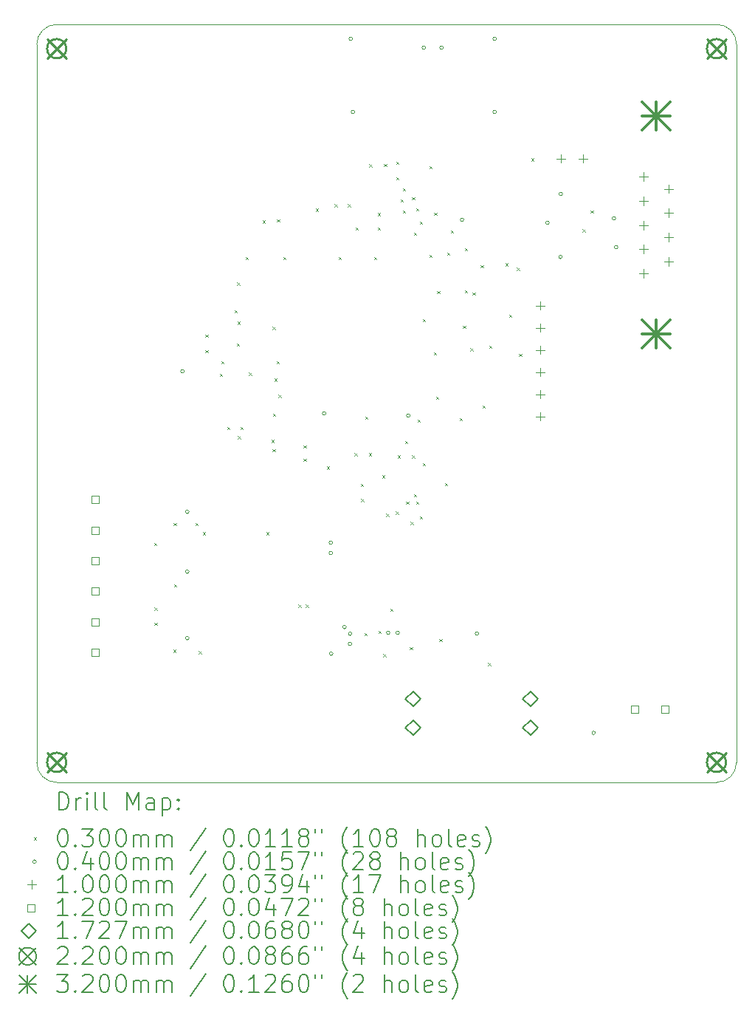
<source format=gbr>
%FSLAX45Y45*%
G04 Gerber Fmt 4.5, Leading zero omitted, Abs format (unit mm)*
G04 Created by KiCad (PCBNEW (6.0.5)) date 2023-02-15 17:46:20*
%MOMM*%
%LPD*%
G01*
G04 APERTURE LIST*
%TA.AperFunction,Profile*%
%ADD10C,0.100000*%
%TD*%
%ADD11C,0.200000*%
%ADD12C,0.030000*%
%ADD13C,0.040000*%
%ADD14C,0.100000*%
%ADD15C,0.120000*%
%ADD16C,0.172720*%
%ADD17C,0.220000*%
%ADD18C,0.320000*%
G04 APERTURE END LIST*
D10*
X8153052Y-12728606D02*
G75*
G03*
X8382000Y-12954000I225418J-4D01*
G01*
X16179802Y-4492981D02*
G75*
G03*
X15955521Y-4269741I-220992J2261D01*
G01*
X8382000Y-4269388D02*
G75*
G03*
X8153047Y-4498340I0J-228953D01*
G01*
X8153047Y-4498340D02*
X8153047Y-12728606D01*
X15955069Y-12954005D02*
G75*
G03*
X16179804Y-12727940I1211J223535D01*
G01*
X8382000Y-12954000D02*
X15955069Y-12954000D01*
X15955521Y-4269741D02*
X8382000Y-4269388D01*
X16179804Y-12727940D02*
X16179800Y-4492981D01*
D11*
D12*
X9499840Y-10211040D02*
X9529840Y-10241040D01*
X9529840Y-10211040D02*
X9499840Y-10241040D01*
X9504920Y-10952720D02*
X9534920Y-10982720D01*
X9534920Y-10952720D02*
X9504920Y-10982720D01*
X9504920Y-11125440D02*
X9534920Y-11155440D01*
X9534920Y-11125440D02*
X9504920Y-11155440D01*
X9718280Y-11435320D02*
X9748280Y-11465320D01*
X9748280Y-11435320D02*
X9718280Y-11465320D01*
X9723360Y-9982440D02*
X9753360Y-10012440D01*
X9753360Y-9982440D02*
X9723360Y-10012440D01*
X9728440Y-10683480D02*
X9758440Y-10713480D01*
X9758440Y-10683480D02*
X9728440Y-10713480D01*
X9972280Y-9982440D02*
X10002280Y-10012440D01*
X10002280Y-9982440D02*
X9972280Y-10012440D01*
X10012920Y-11450560D02*
X10042920Y-11480560D01*
X10042920Y-11450560D02*
X10012920Y-11480560D01*
X10058640Y-10089120D02*
X10088640Y-10119120D01*
X10088640Y-10089120D02*
X10058640Y-10119120D01*
X10089120Y-7822520D02*
X10119120Y-7852520D01*
X10119120Y-7822520D02*
X10089120Y-7852520D01*
X10089120Y-8000320D02*
X10119120Y-8030320D01*
X10119120Y-8000320D02*
X10089120Y-8030320D01*
X10251680Y-8270480D02*
X10281680Y-8300480D01*
X10281680Y-8270480D02*
X10251680Y-8300480D01*
X10267840Y-8127320D02*
X10297840Y-8157320D01*
X10297840Y-8127320D02*
X10267840Y-8157320D01*
X10338040Y-8880080D02*
X10368040Y-8910080D01*
X10368040Y-8880080D02*
X10338040Y-8910080D01*
X10420240Y-7543120D02*
X10450240Y-7573120D01*
X10450240Y-7543120D02*
X10420240Y-7573120D01*
X10445640Y-7924120D02*
X10475640Y-7954120D01*
X10475640Y-7924120D02*
X10445640Y-7954120D01*
X10449800Y-7224000D02*
X10479800Y-7254000D01*
X10479800Y-7224000D02*
X10449800Y-7254000D01*
X10454880Y-7676120D02*
X10484880Y-7706120D01*
X10484880Y-7676120D02*
X10454880Y-7706120D01*
X10459960Y-8986760D02*
X10489960Y-9016760D01*
X10489960Y-8986760D02*
X10459960Y-9016760D01*
X10490440Y-8880080D02*
X10520440Y-8910080D01*
X10520440Y-8880080D02*
X10490440Y-8910080D01*
X10547240Y-6933520D02*
X10577240Y-6963520D01*
X10577240Y-6933520D02*
X10547240Y-6963520D01*
X10586960Y-8260320D02*
X10616960Y-8290320D01*
X10616960Y-8260320D02*
X10586960Y-8290320D01*
X10741900Y-6512800D02*
X10771900Y-6542800D01*
X10771900Y-6512800D02*
X10741900Y-6542800D01*
X10785080Y-10089120D02*
X10815080Y-10119120D01*
X10815080Y-10089120D02*
X10785080Y-10119120D01*
X10843500Y-9027400D02*
X10873500Y-9057400D01*
X10873500Y-9027400D02*
X10843500Y-9057400D01*
X10856200Y-7732000D02*
X10886200Y-7762000D01*
X10886200Y-7732000D02*
X10856200Y-7762000D01*
X10856200Y-9134080D02*
X10886200Y-9164080D01*
X10886200Y-9134080D02*
X10856200Y-9164080D01*
X10862200Y-8726760D02*
X10892200Y-8756760D01*
X10892200Y-8726760D02*
X10862200Y-8756760D01*
X10877440Y-8325440D02*
X10907440Y-8355440D01*
X10907440Y-8325440D02*
X10877440Y-8355440D01*
X10902840Y-8127320D02*
X10932840Y-8157320D01*
X10932840Y-8127320D02*
X10902840Y-8157320D01*
X10907000Y-6500100D02*
X10937000Y-6530100D01*
X10937000Y-6500100D02*
X10907000Y-6530100D01*
X10925700Y-8513400D02*
X10955700Y-8543400D01*
X10955700Y-8513400D02*
X10925700Y-8543400D01*
X10979040Y-6933520D02*
X11009040Y-6963520D01*
X11009040Y-6933520D02*
X10979040Y-6963520D01*
X11152480Y-10916260D02*
X11182480Y-10946260D01*
X11182480Y-10916260D02*
X11152480Y-10946260D01*
X11211800Y-9093440D02*
X11241800Y-9123440D01*
X11241800Y-9093440D02*
X11211800Y-9123440D01*
X11211800Y-9244220D02*
X11241800Y-9274220D01*
X11241800Y-9244220D02*
X11211800Y-9274220D01*
X11240640Y-10916260D02*
X11270640Y-10946260D01*
X11270640Y-10916260D02*
X11240640Y-10946260D01*
X11352420Y-6379800D02*
X11382420Y-6409800D01*
X11382420Y-6379800D02*
X11352420Y-6409800D01*
X11478500Y-9333120D02*
X11508500Y-9363120D01*
X11508500Y-9333120D02*
X11478500Y-9363120D01*
X11567400Y-6327380D02*
X11597400Y-6357380D01*
X11597400Y-6327380D02*
X11567400Y-6357380D01*
X11614040Y-6933520D02*
X11644040Y-6963520D01*
X11644040Y-6933520D02*
X11614040Y-6963520D01*
X11719800Y-6327380D02*
X11749800Y-6357380D01*
X11749800Y-6327380D02*
X11719800Y-6357380D01*
X11796000Y-9183150D02*
X11826000Y-9213150D01*
X11826000Y-9183150D02*
X11796000Y-9213150D01*
X11808700Y-6594080D02*
X11838700Y-6624080D01*
X11838700Y-6594080D02*
X11808700Y-6624080D01*
X11870580Y-9531940D02*
X11900580Y-9561940D01*
X11900580Y-9531940D02*
X11870580Y-9561940D01*
X11872200Y-9708120D02*
X11902200Y-9738120D01*
X11902200Y-9708120D02*
X11872200Y-9738120D01*
X11913161Y-11241946D02*
X11943161Y-11271946D01*
X11943161Y-11241946D02*
X11913161Y-11271946D01*
X11918840Y-8762320D02*
X11948840Y-8792320D01*
X11948840Y-8762320D02*
X11918840Y-8792320D01*
X11961100Y-9183150D02*
X11991100Y-9213150D01*
X11991100Y-9183150D02*
X11961100Y-9213150D01*
X11968720Y-5872720D02*
X11998720Y-5902720D01*
X11998720Y-5872720D02*
X11968720Y-5902720D01*
X12020440Y-6933520D02*
X12050440Y-6963520D01*
X12050440Y-6933520D02*
X12020440Y-6963520D01*
X12062700Y-6428980D02*
X12092700Y-6458980D01*
X12092700Y-6428980D02*
X12062700Y-6458980D01*
X12062700Y-6594080D02*
X12092700Y-6624080D01*
X12092700Y-6594080D02*
X12062700Y-6624080D01*
X12071321Y-11216446D02*
X12101321Y-11246446D01*
X12101321Y-11216446D02*
X12071321Y-11246446D01*
X12113500Y-9433800D02*
X12143500Y-9463800D01*
X12143500Y-9433800D02*
X12113500Y-9463800D01*
X12128070Y-11484015D02*
X12158070Y-11514015D01*
X12158070Y-11484015D02*
X12128070Y-11514015D01*
X12136360Y-5867640D02*
X12166360Y-5897640D01*
X12166360Y-5867640D02*
X12136360Y-5897640D01*
X12161760Y-9875760D02*
X12191760Y-9905760D01*
X12191760Y-9875760D02*
X12161760Y-9905760D01*
X12208120Y-10963260D02*
X12238120Y-10993260D01*
X12238120Y-10963260D02*
X12208120Y-10993260D01*
X12273520Y-9850360D02*
X12303520Y-9880360D01*
X12303520Y-9850360D02*
X12273520Y-9880360D01*
X12274440Y-5841320D02*
X12304440Y-5871320D01*
X12304440Y-5841320D02*
X12274440Y-5871320D01*
X12274440Y-6019120D02*
X12304440Y-6049120D01*
X12304440Y-6019120D02*
X12274440Y-6049120D01*
X12291300Y-9205200D02*
X12321300Y-9235200D01*
X12321300Y-9205200D02*
X12291300Y-9235200D01*
X12327090Y-6273120D02*
X12357090Y-6303120D01*
X12357090Y-6273120D02*
X12327090Y-6303120D01*
X12350640Y-6146120D02*
X12380640Y-6176120D01*
X12380640Y-6146120D02*
X12350640Y-6176120D01*
X12350640Y-6400120D02*
X12380640Y-6430120D01*
X12380640Y-6400120D02*
X12350640Y-6430120D01*
X12376040Y-9041720D02*
X12406040Y-9071720D01*
X12406040Y-9041720D02*
X12376040Y-9071720D01*
X12389660Y-9736720D02*
X12419660Y-9766720D01*
X12419660Y-9736720D02*
X12389660Y-9766720D01*
X12431640Y-11405220D02*
X12461640Y-11435220D01*
X12461640Y-11405220D02*
X12431640Y-11435220D01*
X12442080Y-9968820D02*
X12472080Y-9998820D01*
X12472080Y-9968820D02*
X12442080Y-9998820D01*
X12456400Y-9205200D02*
X12486400Y-9235200D01*
X12486400Y-9205200D02*
X12456400Y-9235200D01*
X12456590Y-6247720D02*
X12486590Y-6277720D01*
X12486590Y-6247720D02*
X12456590Y-6277720D01*
X12477640Y-6654120D02*
X12507640Y-6684120D01*
X12507640Y-6654120D02*
X12477640Y-6684120D01*
X12477640Y-9651320D02*
X12507640Y-9681320D01*
X12507640Y-9651320D02*
X12477640Y-9681320D01*
X12503040Y-6374720D02*
X12533040Y-6404720D01*
X12533040Y-6374720D02*
X12503040Y-6404720D01*
X12504660Y-9736720D02*
X12534660Y-9766720D01*
X12534660Y-9736720D02*
X12504660Y-9766720D01*
X12521920Y-8794240D02*
X12551920Y-8824240D01*
X12551920Y-8794240D02*
X12521920Y-8824240D01*
X12545300Y-6525500D02*
X12575300Y-6555500D01*
X12575300Y-6525500D02*
X12545300Y-6555500D01*
X12547840Y-9906240D02*
X12577840Y-9936240D01*
X12577840Y-9906240D02*
X12547840Y-9936240D01*
X12579240Y-7644720D02*
X12609240Y-7674720D01*
X12609240Y-7644720D02*
X12579240Y-7674720D01*
X12579240Y-9295720D02*
X12609240Y-9325720D01*
X12609240Y-9295720D02*
X12579240Y-9325720D01*
X12655440Y-5892120D02*
X12685440Y-5922120D01*
X12685440Y-5892120D02*
X12655440Y-5922120D01*
X12655440Y-6908120D02*
X12685440Y-6938120D01*
X12685440Y-6908120D02*
X12655440Y-6938120D01*
X12706240Y-8025720D02*
X12736240Y-8055720D01*
X12736240Y-8025720D02*
X12706240Y-8055720D01*
X12710400Y-6423900D02*
X12740400Y-6453900D01*
X12740400Y-6423900D02*
X12710400Y-6453900D01*
X12731640Y-8533720D02*
X12761640Y-8563720D01*
X12761640Y-8533720D02*
X12731640Y-8563720D01*
X12744340Y-7323021D02*
X12774340Y-7353021D01*
X12774340Y-7323021D02*
X12744340Y-7353021D01*
X12772000Y-11311240D02*
X12802000Y-11341240D01*
X12802000Y-11311240D02*
X12772000Y-11341240D01*
X12833240Y-9524320D02*
X12863240Y-9554320D01*
X12863240Y-9524320D02*
X12833240Y-9554320D01*
X12858640Y-6882720D02*
X12888640Y-6912720D01*
X12888640Y-6882720D02*
X12858640Y-6912720D01*
X12900900Y-6627100D02*
X12930900Y-6657100D01*
X12930900Y-6627100D02*
X12900900Y-6657100D01*
X13003420Y-8777670D02*
X13033420Y-8807670D01*
X13033420Y-8777670D02*
X13003420Y-8807670D01*
X13040600Y-7719300D02*
X13070600Y-7749300D01*
X13070600Y-7719300D02*
X13040600Y-7749300D01*
X13061840Y-6831920D02*
X13091840Y-6861920D01*
X13091840Y-6831920D02*
X13061840Y-6861920D01*
X13061840Y-7314520D02*
X13091840Y-7344520D01*
X13091840Y-7314520D02*
X13061840Y-7344520D01*
X13126960Y-7980920D02*
X13156960Y-8010920D01*
X13156960Y-7980920D02*
X13126960Y-8010920D01*
X13153280Y-7339920D02*
X13183280Y-7369920D01*
X13183280Y-7339920D02*
X13153280Y-7369920D01*
X13244720Y-7024960D02*
X13274720Y-7054960D01*
X13274720Y-7024960D02*
X13244720Y-7054960D01*
X13265040Y-8635320D02*
X13295040Y-8665320D01*
X13295040Y-8635320D02*
X13265040Y-8665320D01*
X13330481Y-11584846D02*
X13360481Y-11614846D01*
X13360481Y-11584846D02*
X13330481Y-11614846D01*
X13341240Y-7949520D02*
X13371240Y-7979520D01*
X13371240Y-7949520D02*
X13341240Y-7979520D01*
X13528653Y-7004470D02*
X13558653Y-7034470D01*
X13558653Y-7004470D02*
X13528653Y-7034470D01*
X13569840Y-7593920D02*
X13599840Y-7623920D01*
X13599840Y-7593920D02*
X13569840Y-7623920D01*
X13659043Y-7054420D02*
X13689043Y-7084420D01*
X13689043Y-7054420D02*
X13659043Y-7084420D01*
X13685760Y-8041880D02*
X13715760Y-8071880D01*
X13715760Y-8041880D02*
X13685760Y-8071880D01*
X13826683Y-5804740D02*
X13856683Y-5834740D01*
X13856683Y-5804740D02*
X13826683Y-5834740D01*
X14412200Y-6614400D02*
X14442200Y-6644400D01*
X14442200Y-6614400D02*
X14412200Y-6644400D01*
X14506553Y-6400120D02*
X14536553Y-6430120D01*
X14536553Y-6400120D02*
X14506553Y-6430120D01*
D13*
X9845640Y-8243920D02*
G75*
G03*
X9845640Y-8243920I-20000J0D01*
G01*
X9900600Y-9855200D02*
G75*
G03*
X9900600Y-9855200I-20000J0D01*
G01*
X9900600Y-10541000D02*
G75*
G03*
X9900600Y-10541000I-20000J0D01*
G01*
X9900600Y-11303000D02*
G75*
G03*
X9900600Y-11303000I-20000J0D01*
G01*
X11471240Y-8726520D02*
G75*
G03*
X11471240Y-8726520I-20000J0D01*
G01*
X11546520Y-10208260D02*
G75*
G03*
X11546520Y-10208260I-20000J0D01*
G01*
X11546520Y-10328260D02*
G75*
G03*
X11546520Y-10328260I-20000J0D01*
G01*
X11551600Y-11480800D02*
G75*
G03*
X11551600Y-11480800I-20000J0D01*
G01*
X11704000Y-11176000D02*
G75*
G03*
X11704000Y-11176000I-20000J0D01*
G01*
X11767500Y-11252200D02*
G75*
G03*
X11767500Y-11252200I-20000J0D01*
G01*
X11767500Y-11366500D02*
G75*
G03*
X11767500Y-11366500I-20000J0D01*
G01*
X11776040Y-4433920D02*
G75*
G03*
X11776040Y-4433920I-20000J0D01*
G01*
X11801440Y-5272120D02*
G75*
G03*
X11801440Y-5272120I-20000J0D01*
G01*
X12204380Y-11239500D02*
G75*
G03*
X12204380Y-11239500I-20000J0D01*
G01*
X12313600Y-11242040D02*
G75*
G03*
X12313600Y-11242040I-20000J0D01*
G01*
X12436440Y-8751920D02*
G75*
G03*
X12436440Y-8751920I-20000J0D01*
G01*
X12614240Y-4535520D02*
G75*
G03*
X12614240Y-4535520I-20000J0D01*
G01*
X12817440Y-4535520D02*
G75*
G03*
X12817440Y-4535520I-20000J0D01*
G01*
X13052493Y-6507010D02*
G75*
G03*
X13052493Y-6507010I-20000J0D01*
G01*
X13222920Y-11249660D02*
G75*
G03*
X13222920Y-11249660I-20000J0D01*
G01*
X13427040Y-4433920D02*
G75*
G03*
X13427040Y-4433920I-20000J0D01*
G01*
X13427040Y-5272120D02*
G75*
G03*
X13427040Y-5272120I-20000J0D01*
G01*
X14033553Y-6542120D02*
G75*
G03*
X14033553Y-6542120I-20000J0D01*
G01*
X14180500Y-6934200D02*
G75*
G03*
X14180500Y-6934200I-20000J0D01*
G01*
X14185953Y-6211920D02*
G75*
G03*
X14185953Y-6211920I-20000J0D01*
G01*
X14561270Y-12387810D02*
G75*
G03*
X14561270Y-12387810I-20000J0D01*
G01*
X14795553Y-6491320D02*
G75*
G03*
X14795553Y-6491320I-20000J0D01*
G01*
X14820953Y-6821520D02*
G75*
G03*
X14820953Y-6821520I-20000J0D01*
G01*
D14*
X13931900Y-7440460D02*
X13931900Y-7540460D01*
X13881900Y-7490460D02*
X13981900Y-7490460D01*
X13931900Y-7694460D02*
X13931900Y-7794460D01*
X13881900Y-7744460D02*
X13981900Y-7744460D01*
X13931900Y-7948460D02*
X13931900Y-8048460D01*
X13881900Y-7998460D02*
X13981900Y-7998460D01*
X13931900Y-8202460D02*
X13931900Y-8302460D01*
X13881900Y-8252460D02*
X13981900Y-8252460D01*
X13931900Y-8456460D02*
X13931900Y-8556460D01*
X13881900Y-8506460D02*
X13981900Y-8506460D01*
X13931900Y-8710460D02*
X13931900Y-8810460D01*
X13881900Y-8760460D02*
X13981900Y-8760460D01*
X14166453Y-5755520D02*
X14166453Y-5855520D01*
X14116453Y-5805520D02*
X14216453Y-5805520D01*
X14420453Y-5755520D02*
X14420453Y-5855520D01*
X14370453Y-5805520D02*
X14470453Y-5805520D01*
X15117487Y-5964520D02*
X15117487Y-6064520D01*
X15067487Y-6014520D02*
X15167487Y-6014520D01*
X15117487Y-6241520D02*
X15117487Y-6341520D01*
X15067487Y-6291520D02*
X15167487Y-6291520D01*
X15117487Y-6518520D02*
X15117487Y-6618520D01*
X15067487Y-6568520D02*
X15167487Y-6568520D01*
X15117487Y-6795520D02*
X15117487Y-6895520D01*
X15067487Y-6845520D02*
X15167487Y-6845520D01*
X15117487Y-7072520D02*
X15117487Y-7172520D01*
X15067487Y-7122520D02*
X15167487Y-7122520D01*
X15401487Y-6103020D02*
X15401487Y-6203020D01*
X15351487Y-6153020D02*
X15451487Y-6153020D01*
X15401487Y-6380020D02*
X15401487Y-6480020D01*
X15351487Y-6430020D02*
X15451487Y-6430020D01*
X15401487Y-6657020D02*
X15401487Y-6757020D01*
X15351487Y-6707020D02*
X15451487Y-6707020D01*
X15401487Y-6934020D02*
X15401487Y-7034020D01*
X15351487Y-6984020D02*
X15451487Y-6984020D01*
D15*
X8870347Y-9756687D02*
X8870347Y-9671833D01*
X8785493Y-9671833D01*
X8785493Y-9756687D01*
X8870347Y-9756687D01*
X8870347Y-10106687D02*
X8870347Y-10021833D01*
X8785493Y-10021833D01*
X8785493Y-10106687D01*
X8870347Y-10106687D01*
X8870347Y-10456687D02*
X8870347Y-10371833D01*
X8785493Y-10371833D01*
X8785493Y-10456687D01*
X8870347Y-10456687D01*
X8870347Y-10806687D02*
X8870347Y-10721833D01*
X8785493Y-10721833D01*
X8785493Y-10806687D01*
X8870347Y-10806687D01*
X8870347Y-11156687D02*
X8870347Y-11071833D01*
X8785493Y-11071833D01*
X8785493Y-11156687D01*
X8870347Y-11156687D01*
X8870347Y-11506687D02*
X8870347Y-11421833D01*
X8785493Y-11421833D01*
X8785493Y-11506687D01*
X8870347Y-11506687D01*
X15051547Y-12161887D02*
X15051547Y-12077033D01*
X14966693Y-12077033D01*
X14966693Y-12161887D01*
X15051547Y-12161887D01*
X15401547Y-12161887D02*
X15401547Y-12077033D01*
X15316693Y-12077033D01*
X15316693Y-12161887D01*
X15401547Y-12161887D01*
D16*
X12469181Y-12084986D02*
X12555541Y-11998626D01*
X12469181Y-11912266D01*
X12382821Y-11998626D01*
X12469181Y-12084986D01*
X12469181Y-12415186D02*
X12555541Y-12328826D01*
X12469181Y-12242466D01*
X12382821Y-12328826D01*
X12469181Y-12415186D01*
X13815381Y-12084986D02*
X13901741Y-11998626D01*
X13815381Y-11912266D01*
X13729021Y-11998626D01*
X13815381Y-12084986D01*
X13815381Y-12415186D02*
X13901741Y-12328826D01*
X13815381Y-12242466D01*
X13729021Y-12328826D01*
X13815381Y-12415186D01*
D17*
X8272000Y-4436600D02*
X8492000Y-4656600D01*
X8492000Y-4436600D02*
X8272000Y-4656600D01*
X8492000Y-4546600D02*
G75*
G03*
X8492000Y-4546600I-110000J0D01*
G01*
X8272000Y-12615400D02*
X8492000Y-12835400D01*
X8492000Y-12615400D02*
X8272000Y-12835400D01*
X8492000Y-12725400D02*
G75*
G03*
X8492000Y-12725400I-110000J0D01*
G01*
X15841200Y-4436600D02*
X16061200Y-4656600D01*
X16061200Y-4436600D02*
X15841200Y-4656600D01*
X16061200Y-4546600D02*
G75*
G03*
X16061200Y-4546600I-110000J0D01*
G01*
X15841200Y-12615400D02*
X16061200Y-12835400D01*
X16061200Y-12615400D02*
X15841200Y-12835400D01*
X16061200Y-12725400D02*
G75*
G03*
X16061200Y-12725400I-110000J0D01*
G01*
D18*
X15099487Y-5158520D02*
X15419487Y-5478520D01*
X15419487Y-5158520D02*
X15099487Y-5478520D01*
X15259487Y-5158520D02*
X15259487Y-5478520D01*
X15099487Y-5318520D02*
X15419487Y-5318520D01*
X15099487Y-7658520D02*
X15419487Y-7978520D01*
X15419487Y-7658520D02*
X15099487Y-7978520D01*
X15259487Y-7658520D02*
X15259487Y-7978520D01*
X15099487Y-7818520D02*
X15419487Y-7818520D01*
D11*
X8405667Y-13269504D02*
X8405667Y-13069504D01*
X8453286Y-13069504D01*
X8481857Y-13079028D01*
X8500905Y-13098075D01*
X8510428Y-13117123D01*
X8519952Y-13155218D01*
X8519952Y-13183789D01*
X8510428Y-13221885D01*
X8500905Y-13240932D01*
X8481857Y-13259980D01*
X8453286Y-13269504D01*
X8405667Y-13269504D01*
X8605667Y-13269504D02*
X8605667Y-13136170D01*
X8605667Y-13174266D02*
X8615190Y-13155218D01*
X8624714Y-13145694D01*
X8643762Y-13136170D01*
X8662809Y-13136170D01*
X8729476Y-13269504D02*
X8729476Y-13136170D01*
X8729476Y-13069504D02*
X8719952Y-13079028D01*
X8729476Y-13088551D01*
X8739000Y-13079028D01*
X8729476Y-13069504D01*
X8729476Y-13088551D01*
X8853286Y-13269504D02*
X8834238Y-13259980D01*
X8824714Y-13240932D01*
X8824714Y-13069504D01*
X8958048Y-13269504D02*
X8939000Y-13259980D01*
X8929476Y-13240932D01*
X8929476Y-13069504D01*
X9186619Y-13269504D02*
X9186619Y-13069504D01*
X9253286Y-13212361D01*
X9319952Y-13069504D01*
X9319952Y-13269504D01*
X9500905Y-13269504D02*
X9500905Y-13164742D01*
X9491381Y-13145694D01*
X9472333Y-13136170D01*
X9434238Y-13136170D01*
X9415190Y-13145694D01*
X9500905Y-13259980D02*
X9481857Y-13269504D01*
X9434238Y-13269504D01*
X9415190Y-13259980D01*
X9405667Y-13240932D01*
X9405667Y-13221885D01*
X9415190Y-13202837D01*
X9434238Y-13193313D01*
X9481857Y-13193313D01*
X9500905Y-13183789D01*
X9596143Y-13136170D02*
X9596143Y-13336170D01*
X9596143Y-13145694D02*
X9615190Y-13136170D01*
X9653286Y-13136170D01*
X9672333Y-13145694D01*
X9681857Y-13155218D01*
X9691381Y-13174266D01*
X9691381Y-13231408D01*
X9681857Y-13250456D01*
X9672333Y-13259980D01*
X9653286Y-13269504D01*
X9615190Y-13269504D01*
X9596143Y-13259980D01*
X9777095Y-13250456D02*
X9786619Y-13259980D01*
X9777095Y-13269504D01*
X9767571Y-13259980D01*
X9777095Y-13250456D01*
X9777095Y-13269504D01*
X9777095Y-13145694D02*
X9786619Y-13155218D01*
X9777095Y-13164742D01*
X9767571Y-13155218D01*
X9777095Y-13145694D01*
X9777095Y-13164742D01*
D12*
X8118047Y-13584028D02*
X8148047Y-13614028D01*
X8148047Y-13584028D02*
X8118047Y-13614028D01*
D11*
X8443762Y-13489504D02*
X8462809Y-13489504D01*
X8481857Y-13499028D01*
X8491381Y-13508551D01*
X8500905Y-13527599D01*
X8510428Y-13565694D01*
X8510428Y-13613313D01*
X8500905Y-13651408D01*
X8491381Y-13670456D01*
X8481857Y-13679980D01*
X8462809Y-13689504D01*
X8443762Y-13689504D01*
X8424714Y-13679980D01*
X8415190Y-13670456D01*
X8405667Y-13651408D01*
X8396143Y-13613313D01*
X8396143Y-13565694D01*
X8405667Y-13527599D01*
X8415190Y-13508551D01*
X8424714Y-13499028D01*
X8443762Y-13489504D01*
X8596143Y-13670456D02*
X8605667Y-13679980D01*
X8596143Y-13689504D01*
X8586619Y-13679980D01*
X8596143Y-13670456D01*
X8596143Y-13689504D01*
X8672333Y-13489504D02*
X8796143Y-13489504D01*
X8729476Y-13565694D01*
X8758048Y-13565694D01*
X8777095Y-13575218D01*
X8786619Y-13584742D01*
X8796143Y-13603789D01*
X8796143Y-13651408D01*
X8786619Y-13670456D01*
X8777095Y-13679980D01*
X8758048Y-13689504D01*
X8700905Y-13689504D01*
X8681857Y-13679980D01*
X8672333Y-13670456D01*
X8919952Y-13489504D02*
X8939000Y-13489504D01*
X8958048Y-13499028D01*
X8967571Y-13508551D01*
X8977095Y-13527599D01*
X8986619Y-13565694D01*
X8986619Y-13613313D01*
X8977095Y-13651408D01*
X8967571Y-13670456D01*
X8958048Y-13679980D01*
X8939000Y-13689504D01*
X8919952Y-13689504D01*
X8900905Y-13679980D01*
X8891381Y-13670456D01*
X8881857Y-13651408D01*
X8872333Y-13613313D01*
X8872333Y-13565694D01*
X8881857Y-13527599D01*
X8891381Y-13508551D01*
X8900905Y-13499028D01*
X8919952Y-13489504D01*
X9110428Y-13489504D02*
X9129476Y-13489504D01*
X9148524Y-13499028D01*
X9158048Y-13508551D01*
X9167571Y-13527599D01*
X9177095Y-13565694D01*
X9177095Y-13613313D01*
X9167571Y-13651408D01*
X9158048Y-13670456D01*
X9148524Y-13679980D01*
X9129476Y-13689504D01*
X9110428Y-13689504D01*
X9091381Y-13679980D01*
X9081857Y-13670456D01*
X9072333Y-13651408D01*
X9062809Y-13613313D01*
X9062809Y-13565694D01*
X9072333Y-13527599D01*
X9081857Y-13508551D01*
X9091381Y-13499028D01*
X9110428Y-13489504D01*
X9262809Y-13689504D02*
X9262809Y-13556170D01*
X9262809Y-13575218D02*
X9272333Y-13565694D01*
X9291381Y-13556170D01*
X9319952Y-13556170D01*
X9339000Y-13565694D01*
X9348524Y-13584742D01*
X9348524Y-13689504D01*
X9348524Y-13584742D02*
X9358048Y-13565694D01*
X9377095Y-13556170D01*
X9405667Y-13556170D01*
X9424714Y-13565694D01*
X9434238Y-13584742D01*
X9434238Y-13689504D01*
X9529476Y-13689504D02*
X9529476Y-13556170D01*
X9529476Y-13575218D02*
X9539000Y-13565694D01*
X9558048Y-13556170D01*
X9586619Y-13556170D01*
X9605667Y-13565694D01*
X9615190Y-13584742D01*
X9615190Y-13689504D01*
X9615190Y-13584742D02*
X9624714Y-13565694D01*
X9643762Y-13556170D01*
X9672333Y-13556170D01*
X9691381Y-13565694D01*
X9700905Y-13584742D01*
X9700905Y-13689504D01*
X10091381Y-13479980D02*
X9919952Y-13737123D01*
X10348524Y-13489504D02*
X10367571Y-13489504D01*
X10386619Y-13499028D01*
X10396143Y-13508551D01*
X10405667Y-13527599D01*
X10415190Y-13565694D01*
X10415190Y-13613313D01*
X10405667Y-13651408D01*
X10396143Y-13670456D01*
X10386619Y-13679980D01*
X10367571Y-13689504D01*
X10348524Y-13689504D01*
X10329476Y-13679980D01*
X10319952Y-13670456D01*
X10310428Y-13651408D01*
X10300905Y-13613313D01*
X10300905Y-13565694D01*
X10310428Y-13527599D01*
X10319952Y-13508551D01*
X10329476Y-13499028D01*
X10348524Y-13489504D01*
X10500905Y-13670456D02*
X10510428Y-13679980D01*
X10500905Y-13689504D01*
X10491381Y-13679980D01*
X10500905Y-13670456D01*
X10500905Y-13689504D01*
X10634238Y-13489504D02*
X10653286Y-13489504D01*
X10672333Y-13499028D01*
X10681857Y-13508551D01*
X10691381Y-13527599D01*
X10700905Y-13565694D01*
X10700905Y-13613313D01*
X10691381Y-13651408D01*
X10681857Y-13670456D01*
X10672333Y-13679980D01*
X10653286Y-13689504D01*
X10634238Y-13689504D01*
X10615190Y-13679980D01*
X10605667Y-13670456D01*
X10596143Y-13651408D01*
X10586619Y-13613313D01*
X10586619Y-13565694D01*
X10596143Y-13527599D01*
X10605667Y-13508551D01*
X10615190Y-13499028D01*
X10634238Y-13489504D01*
X10891381Y-13689504D02*
X10777095Y-13689504D01*
X10834238Y-13689504D02*
X10834238Y-13489504D01*
X10815190Y-13518075D01*
X10796143Y-13537123D01*
X10777095Y-13546647D01*
X11081857Y-13689504D02*
X10967571Y-13689504D01*
X11024714Y-13689504D02*
X11024714Y-13489504D01*
X11005667Y-13518075D01*
X10986619Y-13537123D01*
X10967571Y-13546647D01*
X11196143Y-13575218D02*
X11177095Y-13565694D01*
X11167571Y-13556170D01*
X11158047Y-13537123D01*
X11158047Y-13527599D01*
X11167571Y-13508551D01*
X11177095Y-13499028D01*
X11196143Y-13489504D01*
X11234238Y-13489504D01*
X11253285Y-13499028D01*
X11262809Y-13508551D01*
X11272333Y-13527599D01*
X11272333Y-13537123D01*
X11262809Y-13556170D01*
X11253285Y-13565694D01*
X11234238Y-13575218D01*
X11196143Y-13575218D01*
X11177095Y-13584742D01*
X11167571Y-13594266D01*
X11158047Y-13613313D01*
X11158047Y-13651408D01*
X11167571Y-13670456D01*
X11177095Y-13679980D01*
X11196143Y-13689504D01*
X11234238Y-13689504D01*
X11253285Y-13679980D01*
X11262809Y-13670456D01*
X11272333Y-13651408D01*
X11272333Y-13613313D01*
X11262809Y-13594266D01*
X11253285Y-13584742D01*
X11234238Y-13575218D01*
X11348524Y-13489504D02*
X11348524Y-13527599D01*
X11424714Y-13489504D02*
X11424714Y-13527599D01*
X11719952Y-13765694D02*
X11710428Y-13756170D01*
X11691381Y-13727599D01*
X11681857Y-13708551D01*
X11672333Y-13679980D01*
X11662809Y-13632361D01*
X11662809Y-13594266D01*
X11672333Y-13546647D01*
X11681857Y-13518075D01*
X11691381Y-13499028D01*
X11710428Y-13470456D01*
X11719952Y-13460932D01*
X11900905Y-13689504D02*
X11786619Y-13689504D01*
X11843762Y-13689504D02*
X11843762Y-13489504D01*
X11824714Y-13518075D01*
X11805666Y-13537123D01*
X11786619Y-13546647D01*
X12024714Y-13489504D02*
X12043762Y-13489504D01*
X12062809Y-13499028D01*
X12072333Y-13508551D01*
X12081857Y-13527599D01*
X12091381Y-13565694D01*
X12091381Y-13613313D01*
X12081857Y-13651408D01*
X12072333Y-13670456D01*
X12062809Y-13679980D01*
X12043762Y-13689504D01*
X12024714Y-13689504D01*
X12005666Y-13679980D01*
X11996143Y-13670456D01*
X11986619Y-13651408D01*
X11977095Y-13613313D01*
X11977095Y-13565694D01*
X11986619Y-13527599D01*
X11996143Y-13508551D01*
X12005666Y-13499028D01*
X12024714Y-13489504D01*
X12205666Y-13575218D02*
X12186619Y-13565694D01*
X12177095Y-13556170D01*
X12167571Y-13537123D01*
X12167571Y-13527599D01*
X12177095Y-13508551D01*
X12186619Y-13499028D01*
X12205666Y-13489504D01*
X12243762Y-13489504D01*
X12262809Y-13499028D01*
X12272333Y-13508551D01*
X12281857Y-13527599D01*
X12281857Y-13537123D01*
X12272333Y-13556170D01*
X12262809Y-13565694D01*
X12243762Y-13575218D01*
X12205666Y-13575218D01*
X12186619Y-13584742D01*
X12177095Y-13594266D01*
X12167571Y-13613313D01*
X12167571Y-13651408D01*
X12177095Y-13670456D01*
X12186619Y-13679980D01*
X12205666Y-13689504D01*
X12243762Y-13689504D01*
X12262809Y-13679980D01*
X12272333Y-13670456D01*
X12281857Y-13651408D01*
X12281857Y-13613313D01*
X12272333Y-13594266D01*
X12262809Y-13584742D01*
X12243762Y-13575218D01*
X12519952Y-13689504D02*
X12519952Y-13489504D01*
X12605666Y-13689504D02*
X12605666Y-13584742D01*
X12596143Y-13565694D01*
X12577095Y-13556170D01*
X12548524Y-13556170D01*
X12529476Y-13565694D01*
X12519952Y-13575218D01*
X12729476Y-13689504D02*
X12710428Y-13679980D01*
X12700905Y-13670456D01*
X12691381Y-13651408D01*
X12691381Y-13594266D01*
X12700905Y-13575218D01*
X12710428Y-13565694D01*
X12729476Y-13556170D01*
X12758047Y-13556170D01*
X12777095Y-13565694D01*
X12786619Y-13575218D01*
X12796143Y-13594266D01*
X12796143Y-13651408D01*
X12786619Y-13670456D01*
X12777095Y-13679980D01*
X12758047Y-13689504D01*
X12729476Y-13689504D01*
X12910428Y-13689504D02*
X12891381Y-13679980D01*
X12881857Y-13660932D01*
X12881857Y-13489504D01*
X13062809Y-13679980D02*
X13043762Y-13689504D01*
X13005666Y-13689504D01*
X12986619Y-13679980D01*
X12977095Y-13660932D01*
X12977095Y-13584742D01*
X12986619Y-13565694D01*
X13005666Y-13556170D01*
X13043762Y-13556170D01*
X13062809Y-13565694D01*
X13072333Y-13584742D01*
X13072333Y-13603789D01*
X12977095Y-13622837D01*
X13148524Y-13679980D02*
X13167571Y-13689504D01*
X13205666Y-13689504D01*
X13224714Y-13679980D01*
X13234238Y-13660932D01*
X13234238Y-13651408D01*
X13224714Y-13632361D01*
X13205666Y-13622837D01*
X13177095Y-13622837D01*
X13158047Y-13613313D01*
X13148524Y-13594266D01*
X13148524Y-13584742D01*
X13158047Y-13565694D01*
X13177095Y-13556170D01*
X13205666Y-13556170D01*
X13224714Y-13565694D01*
X13300905Y-13765694D02*
X13310428Y-13756170D01*
X13329476Y-13727599D01*
X13339000Y-13708551D01*
X13348524Y-13679980D01*
X13358047Y-13632361D01*
X13358047Y-13594266D01*
X13348524Y-13546647D01*
X13339000Y-13518075D01*
X13329476Y-13499028D01*
X13310428Y-13470456D01*
X13300905Y-13460932D01*
D13*
X8148047Y-13863028D02*
G75*
G03*
X8148047Y-13863028I-20000J0D01*
G01*
D11*
X8443762Y-13753504D02*
X8462809Y-13753504D01*
X8481857Y-13763028D01*
X8491381Y-13772551D01*
X8500905Y-13791599D01*
X8510428Y-13829694D01*
X8510428Y-13877313D01*
X8500905Y-13915408D01*
X8491381Y-13934456D01*
X8481857Y-13943980D01*
X8462809Y-13953504D01*
X8443762Y-13953504D01*
X8424714Y-13943980D01*
X8415190Y-13934456D01*
X8405667Y-13915408D01*
X8396143Y-13877313D01*
X8396143Y-13829694D01*
X8405667Y-13791599D01*
X8415190Y-13772551D01*
X8424714Y-13763028D01*
X8443762Y-13753504D01*
X8596143Y-13934456D02*
X8605667Y-13943980D01*
X8596143Y-13953504D01*
X8586619Y-13943980D01*
X8596143Y-13934456D01*
X8596143Y-13953504D01*
X8777095Y-13820170D02*
X8777095Y-13953504D01*
X8729476Y-13743980D02*
X8681857Y-13886837D01*
X8805667Y-13886837D01*
X8919952Y-13753504D02*
X8939000Y-13753504D01*
X8958048Y-13763028D01*
X8967571Y-13772551D01*
X8977095Y-13791599D01*
X8986619Y-13829694D01*
X8986619Y-13877313D01*
X8977095Y-13915408D01*
X8967571Y-13934456D01*
X8958048Y-13943980D01*
X8939000Y-13953504D01*
X8919952Y-13953504D01*
X8900905Y-13943980D01*
X8891381Y-13934456D01*
X8881857Y-13915408D01*
X8872333Y-13877313D01*
X8872333Y-13829694D01*
X8881857Y-13791599D01*
X8891381Y-13772551D01*
X8900905Y-13763028D01*
X8919952Y-13753504D01*
X9110428Y-13753504D02*
X9129476Y-13753504D01*
X9148524Y-13763028D01*
X9158048Y-13772551D01*
X9167571Y-13791599D01*
X9177095Y-13829694D01*
X9177095Y-13877313D01*
X9167571Y-13915408D01*
X9158048Y-13934456D01*
X9148524Y-13943980D01*
X9129476Y-13953504D01*
X9110428Y-13953504D01*
X9091381Y-13943980D01*
X9081857Y-13934456D01*
X9072333Y-13915408D01*
X9062809Y-13877313D01*
X9062809Y-13829694D01*
X9072333Y-13791599D01*
X9081857Y-13772551D01*
X9091381Y-13763028D01*
X9110428Y-13753504D01*
X9262809Y-13953504D02*
X9262809Y-13820170D01*
X9262809Y-13839218D02*
X9272333Y-13829694D01*
X9291381Y-13820170D01*
X9319952Y-13820170D01*
X9339000Y-13829694D01*
X9348524Y-13848742D01*
X9348524Y-13953504D01*
X9348524Y-13848742D02*
X9358048Y-13829694D01*
X9377095Y-13820170D01*
X9405667Y-13820170D01*
X9424714Y-13829694D01*
X9434238Y-13848742D01*
X9434238Y-13953504D01*
X9529476Y-13953504D02*
X9529476Y-13820170D01*
X9529476Y-13839218D02*
X9539000Y-13829694D01*
X9558048Y-13820170D01*
X9586619Y-13820170D01*
X9605667Y-13829694D01*
X9615190Y-13848742D01*
X9615190Y-13953504D01*
X9615190Y-13848742D02*
X9624714Y-13829694D01*
X9643762Y-13820170D01*
X9672333Y-13820170D01*
X9691381Y-13829694D01*
X9700905Y-13848742D01*
X9700905Y-13953504D01*
X10091381Y-13743980D02*
X9919952Y-14001123D01*
X10348524Y-13753504D02*
X10367571Y-13753504D01*
X10386619Y-13763028D01*
X10396143Y-13772551D01*
X10405667Y-13791599D01*
X10415190Y-13829694D01*
X10415190Y-13877313D01*
X10405667Y-13915408D01*
X10396143Y-13934456D01*
X10386619Y-13943980D01*
X10367571Y-13953504D01*
X10348524Y-13953504D01*
X10329476Y-13943980D01*
X10319952Y-13934456D01*
X10310428Y-13915408D01*
X10300905Y-13877313D01*
X10300905Y-13829694D01*
X10310428Y-13791599D01*
X10319952Y-13772551D01*
X10329476Y-13763028D01*
X10348524Y-13753504D01*
X10500905Y-13934456D02*
X10510428Y-13943980D01*
X10500905Y-13953504D01*
X10491381Y-13943980D01*
X10500905Y-13934456D01*
X10500905Y-13953504D01*
X10634238Y-13753504D02*
X10653286Y-13753504D01*
X10672333Y-13763028D01*
X10681857Y-13772551D01*
X10691381Y-13791599D01*
X10700905Y-13829694D01*
X10700905Y-13877313D01*
X10691381Y-13915408D01*
X10681857Y-13934456D01*
X10672333Y-13943980D01*
X10653286Y-13953504D01*
X10634238Y-13953504D01*
X10615190Y-13943980D01*
X10605667Y-13934456D01*
X10596143Y-13915408D01*
X10586619Y-13877313D01*
X10586619Y-13829694D01*
X10596143Y-13791599D01*
X10605667Y-13772551D01*
X10615190Y-13763028D01*
X10634238Y-13753504D01*
X10891381Y-13953504D02*
X10777095Y-13953504D01*
X10834238Y-13953504D02*
X10834238Y-13753504D01*
X10815190Y-13782075D01*
X10796143Y-13801123D01*
X10777095Y-13810647D01*
X11072333Y-13753504D02*
X10977095Y-13753504D01*
X10967571Y-13848742D01*
X10977095Y-13839218D01*
X10996143Y-13829694D01*
X11043762Y-13829694D01*
X11062809Y-13839218D01*
X11072333Y-13848742D01*
X11081857Y-13867789D01*
X11081857Y-13915408D01*
X11072333Y-13934456D01*
X11062809Y-13943980D01*
X11043762Y-13953504D01*
X10996143Y-13953504D01*
X10977095Y-13943980D01*
X10967571Y-13934456D01*
X11148524Y-13753504D02*
X11281857Y-13753504D01*
X11196143Y-13953504D01*
X11348524Y-13753504D02*
X11348524Y-13791599D01*
X11424714Y-13753504D02*
X11424714Y-13791599D01*
X11719952Y-14029694D02*
X11710428Y-14020170D01*
X11691381Y-13991599D01*
X11681857Y-13972551D01*
X11672333Y-13943980D01*
X11662809Y-13896361D01*
X11662809Y-13858266D01*
X11672333Y-13810647D01*
X11681857Y-13782075D01*
X11691381Y-13763028D01*
X11710428Y-13734456D01*
X11719952Y-13724932D01*
X11786619Y-13772551D02*
X11796143Y-13763028D01*
X11815190Y-13753504D01*
X11862809Y-13753504D01*
X11881857Y-13763028D01*
X11891381Y-13772551D01*
X11900905Y-13791599D01*
X11900905Y-13810647D01*
X11891381Y-13839218D01*
X11777095Y-13953504D01*
X11900905Y-13953504D01*
X12015190Y-13839218D02*
X11996143Y-13829694D01*
X11986619Y-13820170D01*
X11977095Y-13801123D01*
X11977095Y-13791599D01*
X11986619Y-13772551D01*
X11996143Y-13763028D01*
X12015190Y-13753504D01*
X12053285Y-13753504D01*
X12072333Y-13763028D01*
X12081857Y-13772551D01*
X12091381Y-13791599D01*
X12091381Y-13801123D01*
X12081857Y-13820170D01*
X12072333Y-13829694D01*
X12053285Y-13839218D01*
X12015190Y-13839218D01*
X11996143Y-13848742D01*
X11986619Y-13858266D01*
X11977095Y-13877313D01*
X11977095Y-13915408D01*
X11986619Y-13934456D01*
X11996143Y-13943980D01*
X12015190Y-13953504D01*
X12053285Y-13953504D01*
X12072333Y-13943980D01*
X12081857Y-13934456D01*
X12091381Y-13915408D01*
X12091381Y-13877313D01*
X12081857Y-13858266D01*
X12072333Y-13848742D01*
X12053285Y-13839218D01*
X12329476Y-13953504D02*
X12329476Y-13753504D01*
X12415190Y-13953504D02*
X12415190Y-13848742D01*
X12405666Y-13829694D01*
X12386619Y-13820170D01*
X12358047Y-13820170D01*
X12339000Y-13829694D01*
X12329476Y-13839218D01*
X12539000Y-13953504D02*
X12519952Y-13943980D01*
X12510428Y-13934456D01*
X12500905Y-13915408D01*
X12500905Y-13858266D01*
X12510428Y-13839218D01*
X12519952Y-13829694D01*
X12539000Y-13820170D01*
X12567571Y-13820170D01*
X12586619Y-13829694D01*
X12596143Y-13839218D01*
X12605666Y-13858266D01*
X12605666Y-13915408D01*
X12596143Y-13934456D01*
X12586619Y-13943980D01*
X12567571Y-13953504D01*
X12539000Y-13953504D01*
X12719952Y-13953504D02*
X12700905Y-13943980D01*
X12691381Y-13924932D01*
X12691381Y-13753504D01*
X12872333Y-13943980D02*
X12853285Y-13953504D01*
X12815190Y-13953504D01*
X12796143Y-13943980D01*
X12786619Y-13924932D01*
X12786619Y-13848742D01*
X12796143Y-13829694D01*
X12815190Y-13820170D01*
X12853285Y-13820170D01*
X12872333Y-13829694D01*
X12881857Y-13848742D01*
X12881857Y-13867789D01*
X12786619Y-13886837D01*
X12958047Y-13943980D02*
X12977095Y-13953504D01*
X13015190Y-13953504D01*
X13034238Y-13943980D01*
X13043762Y-13924932D01*
X13043762Y-13915408D01*
X13034238Y-13896361D01*
X13015190Y-13886837D01*
X12986619Y-13886837D01*
X12967571Y-13877313D01*
X12958047Y-13858266D01*
X12958047Y-13848742D01*
X12967571Y-13829694D01*
X12986619Y-13820170D01*
X13015190Y-13820170D01*
X13034238Y-13829694D01*
X13110428Y-14029694D02*
X13119952Y-14020170D01*
X13139000Y-13991599D01*
X13148524Y-13972551D01*
X13158047Y-13943980D01*
X13167571Y-13896361D01*
X13167571Y-13858266D01*
X13158047Y-13810647D01*
X13148524Y-13782075D01*
X13139000Y-13763028D01*
X13119952Y-13734456D01*
X13110428Y-13724932D01*
D14*
X8098047Y-14077028D02*
X8098047Y-14177028D01*
X8048047Y-14127028D02*
X8148047Y-14127028D01*
D11*
X8510428Y-14217504D02*
X8396143Y-14217504D01*
X8453286Y-14217504D02*
X8453286Y-14017504D01*
X8434238Y-14046075D01*
X8415190Y-14065123D01*
X8396143Y-14074647D01*
X8596143Y-14198456D02*
X8605667Y-14207980D01*
X8596143Y-14217504D01*
X8586619Y-14207980D01*
X8596143Y-14198456D01*
X8596143Y-14217504D01*
X8729476Y-14017504D02*
X8748524Y-14017504D01*
X8767571Y-14027028D01*
X8777095Y-14036551D01*
X8786619Y-14055599D01*
X8796143Y-14093694D01*
X8796143Y-14141313D01*
X8786619Y-14179408D01*
X8777095Y-14198456D01*
X8767571Y-14207980D01*
X8748524Y-14217504D01*
X8729476Y-14217504D01*
X8710428Y-14207980D01*
X8700905Y-14198456D01*
X8691381Y-14179408D01*
X8681857Y-14141313D01*
X8681857Y-14093694D01*
X8691381Y-14055599D01*
X8700905Y-14036551D01*
X8710428Y-14027028D01*
X8729476Y-14017504D01*
X8919952Y-14017504D02*
X8939000Y-14017504D01*
X8958048Y-14027028D01*
X8967571Y-14036551D01*
X8977095Y-14055599D01*
X8986619Y-14093694D01*
X8986619Y-14141313D01*
X8977095Y-14179408D01*
X8967571Y-14198456D01*
X8958048Y-14207980D01*
X8939000Y-14217504D01*
X8919952Y-14217504D01*
X8900905Y-14207980D01*
X8891381Y-14198456D01*
X8881857Y-14179408D01*
X8872333Y-14141313D01*
X8872333Y-14093694D01*
X8881857Y-14055599D01*
X8891381Y-14036551D01*
X8900905Y-14027028D01*
X8919952Y-14017504D01*
X9110428Y-14017504D02*
X9129476Y-14017504D01*
X9148524Y-14027028D01*
X9158048Y-14036551D01*
X9167571Y-14055599D01*
X9177095Y-14093694D01*
X9177095Y-14141313D01*
X9167571Y-14179408D01*
X9158048Y-14198456D01*
X9148524Y-14207980D01*
X9129476Y-14217504D01*
X9110428Y-14217504D01*
X9091381Y-14207980D01*
X9081857Y-14198456D01*
X9072333Y-14179408D01*
X9062809Y-14141313D01*
X9062809Y-14093694D01*
X9072333Y-14055599D01*
X9081857Y-14036551D01*
X9091381Y-14027028D01*
X9110428Y-14017504D01*
X9262809Y-14217504D02*
X9262809Y-14084170D01*
X9262809Y-14103218D02*
X9272333Y-14093694D01*
X9291381Y-14084170D01*
X9319952Y-14084170D01*
X9339000Y-14093694D01*
X9348524Y-14112742D01*
X9348524Y-14217504D01*
X9348524Y-14112742D02*
X9358048Y-14093694D01*
X9377095Y-14084170D01*
X9405667Y-14084170D01*
X9424714Y-14093694D01*
X9434238Y-14112742D01*
X9434238Y-14217504D01*
X9529476Y-14217504D02*
X9529476Y-14084170D01*
X9529476Y-14103218D02*
X9539000Y-14093694D01*
X9558048Y-14084170D01*
X9586619Y-14084170D01*
X9605667Y-14093694D01*
X9615190Y-14112742D01*
X9615190Y-14217504D01*
X9615190Y-14112742D02*
X9624714Y-14093694D01*
X9643762Y-14084170D01*
X9672333Y-14084170D01*
X9691381Y-14093694D01*
X9700905Y-14112742D01*
X9700905Y-14217504D01*
X10091381Y-14007980D02*
X9919952Y-14265123D01*
X10348524Y-14017504D02*
X10367571Y-14017504D01*
X10386619Y-14027028D01*
X10396143Y-14036551D01*
X10405667Y-14055599D01*
X10415190Y-14093694D01*
X10415190Y-14141313D01*
X10405667Y-14179408D01*
X10396143Y-14198456D01*
X10386619Y-14207980D01*
X10367571Y-14217504D01*
X10348524Y-14217504D01*
X10329476Y-14207980D01*
X10319952Y-14198456D01*
X10310428Y-14179408D01*
X10300905Y-14141313D01*
X10300905Y-14093694D01*
X10310428Y-14055599D01*
X10319952Y-14036551D01*
X10329476Y-14027028D01*
X10348524Y-14017504D01*
X10500905Y-14198456D02*
X10510428Y-14207980D01*
X10500905Y-14217504D01*
X10491381Y-14207980D01*
X10500905Y-14198456D01*
X10500905Y-14217504D01*
X10634238Y-14017504D02*
X10653286Y-14017504D01*
X10672333Y-14027028D01*
X10681857Y-14036551D01*
X10691381Y-14055599D01*
X10700905Y-14093694D01*
X10700905Y-14141313D01*
X10691381Y-14179408D01*
X10681857Y-14198456D01*
X10672333Y-14207980D01*
X10653286Y-14217504D01*
X10634238Y-14217504D01*
X10615190Y-14207980D01*
X10605667Y-14198456D01*
X10596143Y-14179408D01*
X10586619Y-14141313D01*
X10586619Y-14093694D01*
X10596143Y-14055599D01*
X10605667Y-14036551D01*
X10615190Y-14027028D01*
X10634238Y-14017504D01*
X10767571Y-14017504D02*
X10891381Y-14017504D01*
X10824714Y-14093694D01*
X10853286Y-14093694D01*
X10872333Y-14103218D01*
X10881857Y-14112742D01*
X10891381Y-14131789D01*
X10891381Y-14179408D01*
X10881857Y-14198456D01*
X10872333Y-14207980D01*
X10853286Y-14217504D01*
X10796143Y-14217504D01*
X10777095Y-14207980D01*
X10767571Y-14198456D01*
X10986619Y-14217504D02*
X11024714Y-14217504D01*
X11043762Y-14207980D01*
X11053286Y-14198456D01*
X11072333Y-14169885D01*
X11081857Y-14131789D01*
X11081857Y-14055599D01*
X11072333Y-14036551D01*
X11062809Y-14027028D01*
X11043762Y-14017504D01*
X11005667Y-14017504D01*
X10986619Y-14027028D01*
X10977095Y-14036551D01*
X10967571Y-14055599D01*
X10967571Y-14103218D01*
X10977095Y-14122266D01*
X10986619Y-14131789D01*
X11005667Y-14141313D01*
X11043762Y-14141313D01*
X11062809Y-14131789D01*
X11072333Y-14122266D01*
X11081857Y-14103218D01*
X11253285Y-14084170D02*
X11253285Y-14217504D01*
X11205666Y-14007980D02*
X11158047Y-14150837D01*
X11281857Y-14150837D01*
X11348524Y-14017504D02*
X11348524Y-14055599D01*
X11424714Y-14017504D02*
X11424714Y-14055599D01*
X11719952Y-14293694D02*
X11710428Y-14284170D01*
X11691381Y-14255599D01*
X11681857Y-14236551D01*
X11672333Y-14207980D01*
X11662809Y-14160361D01*
X11662809Y-14122266D01*
X11672333Y-14074647D01*
X11681857Y-14046075D01*
X11691381Y-14027028D01*
X11710428Y-13998456D01*
X11719952Y-13988932D01*
X11900905Y-14217504D02*
X11786619Y-14217504D01*
X11843762Y-14217504D02*
X11843762Y-14017504D01*
X11824714Y-14046075D01*
X11805666Y-14065123D01*
X11786619Y-14074647D01*
X11967571Y-14017504D02*
X12100905Y-14017504D01*
X12015190Y-14217504D01*
X12329476Y-14217504D02*
X12329476Y-14017504D01*
X12415190Y-14217504D02*
X12415190Y-14112742D01*
X12405666Y-14093694D01*
X12386619Y-14084170D01*
X12358047Y-14084170D01*
X12339000Y-14093694D01*
X12329476Y-14103218D01*
X12539000Y-14217504D02*
X12519952Y-14207980D01*
X12510428Y-14198456D01*
X12500905Y-14179408D01*
X12500905Y-14122266D01*
X12510428Y-14103218D01*
X12519952Y-14093694D01*
X12539000Y-14084170D01*
X12567571Y-14084170D01*
X12586619Y-14093694D01*
X12596143Y-14103218D01*
X12605666Y-14122266D01*
X12605666Y-14179408D01*
X12596143Y-14198456D01*
X12586619Y-14207980D01*
X12567571Y-14217504D01*
X12539000Y-14217504D01*
X12719952Y-14217504D02*
X12700905Y-14207980D01*
X12691381Y-14188932D01*
X12691381Y-14017504D01*
X12872333Y-14207980D02*
X12853285Y-14217504D01*
X12815190Y-14217504D01*
X12796143Y-14207980D01*
X12786619Y-14188932D01*
X12786619Y-14112742D01*
X12796143Y-14093694D01*
X12815190Y-14084170D01*
X12853285Y-14084170D01*
X12872333Y-14093694D01*
X12881857Y-14112742D01*
X12881857Y-14131789D01*
X12786619Y-14150837D01*
X12958047Y-14207980D02*
X12977095Y-14217504D01*
X13015190Y-14217504D01*
X13034238Y-14207980D01*
X13043762Y-14188932D01*
X13043762Y-14179408D01*
X13034238Y-14160361D01*
X13015190Y-14150837D01*
X12986619Y-14150837D01*
X12967571Y-14141313D01*
X12958047Y-14122266D01*
X12958047Y-14112742D01*
X12967571Y-14093694D01*
X12986619Y-14084170D01*
X13015190Y-14084170D01*
X13034238Y-14093694D01*
X13110428Y-14293694D02*
X13119952Y-14284170D01*
X13139000Y-14255599D01*
X13148524Y-14236551D01*
X13158047Y-14207980D01*
X13167571Y-14160361D01*
X13167571Y-14122266D01*
X13158047Y-14074647D01*
X13148524Y-14046075D01*
X13139000Y-14027028D01*
X13119952Y-13998456D01*
X13110428Y-13988932D01*
D15*
X8130474Y-14433454D02*
X8130474Y-14348601D01*
X8045621Y-14348601D01*
X8045621Y-14433454D01*
X8130474Y-14433454D01*
D11*
X8510428Y-14481504D02*
X8396143Y-14481504D01*
X8453286Y-14481504D02*
X8453286Y-14281504D01*
X8434238Y-14310075D01*
X8415190Y-14329123D01*
X8396143Y-14338647D01*
X8596143Y-14462456D02*
X8605667Y-14471980D01*
X8596143Y-14481504D01*
X8586619Y-14471980D01*
X8596143Y-14462456D01*
X8596143Y-14481504D01*
X8681857Y-14300551D02*
X8691381Y-14291028D01*
X8710428Y-14281504D01*
X8758048Y-14281504D01*
X8777095Y-14291028D01*
X8786619Y-14300551D01*
X8796143Y-14319599D01*
X8796143Y-14338647D01*
X8786619Y-14367218D01*
X8672333Y-14481504D01*
X8796143Y-14481504D01*
X8919952Y-14281504D02*
X8939000Y-14281504D01*
X8958048Y-14291028D01*
X8967571Y-14300551D01*
X8977095Y-14319599D01*
X8986619Y-14357694D01*
X8986619Y-14405313D01*
X8977095Y-14443408D01*
X8967571Y-14462456D01*
X8958048Y-14471980D01*
X8939000Y-14481504D01*
X8919952Y-14481504D01*
X8900905Y-14471980D01*
X8891381Y-14462456D01*
X8881857Y-14443408D01*
X8872333Y-14405313D01*
X8872333Y-14357694D01*
X8881857Y-14319599D01*
X8891381Y-14300551D01*
X8900905Y-14291028D01*
X8919952Y-14281504D01*
X9110428Y-14281504D02*
X9129476Y-14281504D01*
X9148524Y-14291028D01*
X9158048Y-14300551D01*
X9167571Y-14319599D01*
X9177095Y-14357694D01*
X9177095Y-14405313D01*
X9167571Y-14443408D01*
X9158048Y-14462456D01*
X9148524Y-14471980D01*
X9129476Y-14481504D01*
X9110428Y-14481504D01*
X9091381Y-14471980D01*
X9081857Y-14462456D01*
X9072333Y-14443408D01*
X9062809Y-14405313D01*
X9062809Y-14357694D01*
X9072333Y-14319599D01*
X9081857Y-14300551D01*
X9091381Y-14291028D01*
X9110428Y-14281504D01*
X9262809Y-14481504D02*
X9262809Y-14348170D01*
X9262809Y-14367218D02*
X9272333Y-14357694D01*
X9291381Y-14348170D01*
X9319952Y-14348170D01*
X9339000Y-14357694D01*
X9348524Y-14376742D01*
X9348524Y-14481504D01*
X9348524Y-14376742D02*
X9358048Y-14357694D01*
X9377095Y-14348170D01*
X9405667Y-14348170D01*
X9424714Y-14357694D01*
X9434238Y-14376742D01*
X9434238Y-14481504D01*
X9529476Y-14481504D02*
X9529476Y-14348170D01*
X9529476Y-14367218D02*
X9539000Y-14357694D01*
X9558048Y-14348170D01*
X9586619Y-14348170D01*
X9605667Y-14357694D01*
X9615190Y-14376742D01*
X9615190Y-14481504D01*
X9615190Y-14376742D02*
X9624714Y-14357694D01*
X9643762Y-14348170D01*
X9672333Y-14348170D01*
X9691381Y-14357694D01*
X9700905Y-14376742D01*
X9700905Y-14481504D01*
X10091381Y-14271980D02*
X9919952Y-14529123D01*
X10348524Y-14281504D02*
X10367571Y-14281504D01*
X10386619Y-14291028D01*
X10396143Y-14300551D01*
X10405667Y-14319599D01*
X10415190Y-14357694D01*
X10415190Y-14405313D01*
X10405667Y-14443408D01*
X10396143Y-14462456D01*
X10386619Y-14471980D01*
X10367571Y-14481504D01*
X10348524Y-14481504D01*
X10329476Y-14471980D01*
X10319952Y-14462456D01*
X10310428Y-14443408D01*
X10300905Y-14405313D01*
X10300905Y-14357694D01*
X10310428Y-14319599D01*
X10319952Y-14300551D01*
X10329476Y-14291028D01*
X10348524Y-14281504D01*
X10500905Y-14462456D02*
X10510428Y-14471980D01*
X10500905Y-14481504D01*
X10491381Y-14471980D01*
X10500905Y-14462456D01*
X10500905Y-14481504D01*
X10634238Y-14281504D02*
X10653286Y-14281504D01*
X10672333Y-14291028D01*
X10681857Y-14300551D01*
X10691381Y-14319599D01*
X10700905Y-14357694D01*
X10700905Y-14405313D01*
X10691381Y-14443408D01*
X10681857Y-14462456D01*
X10672333Y-14471980D01*
X10653286Y-14481504D01*
X10634238Y-14481504D01*
X10615190Y-14471980D01*
X10605667Y-14462456D01*
X10596143Y-14443408D01*
X10586619Y-14405313D01*
X10586619Y-14357694D01*
X10596143Y-14319599D01*
X10605667Y-14300551D01*
X10615190Y-14291028D01*
X10634238Y-14281504D01*
X10872333Y-14348170D02*
X10872333Y-14481504D01*
X10824714Y-14271980D02*
X10777095Y-14414837D01*
X10900905Y-14414837D01*
X10958048Y-14281504D02*
X11091381Y-14281504D01*
X11005667Y-14481504D01*
X11158047Y-14300551D02*
X11167571Y-14291028D01*
X11186619Y-14281504D01*
X11234238Y-14281504D01*
X11253285Y-14291028D01*
X11262809Y-14300551D01*
X11272333Y-14319599D01*
X11272333Y-14338647D01*
X11262809Y-14367218D01*
X11148524Y-14481504D01*
X11272333Y-14481504D01*
X11348524Y-14281504D02*
X11348524Y-14319599D01*
X11424714Y-14281504D02*
X11424714Y-14319599D01*
X11719952Y-14557694D02*
X11710428Y-14548170D01*
X11691381Y-14519599D01*
X11681857Y-14500551D01*
X11672333Y-14471980D01*
X11662809Y-14424361D01*
X11662809Y-14386266D01*
X11672333Y-14338647D01*
X11681857Y-14310075D01*
X11691381Y-14291028D01*
X11710428Y-14262456D01*
X11719952Y-14252932D01*
X11824714Y-14367218D02*
X11805666Y-14357694D01*
X11796143Y-14348170D01*
X11786619Y-14329123D01*
X11786619Y-14319599D01*
X11796143Y-14300551D01*
X11805666Y-14291028D01*
X11824714Y-14281504D01*
X11862809Y-14281504D01*
X11881857Y-14291028D01*
X11891381Y-14300551D01*
X11900905Y-14319599D01*
X11900905Y-14329123D01*
X11891381Y-14348170D01*
X11881857Y-14357694D01*
X11862809Y-14367218D01*
X11824714Y-14367218D01*
X11805666Y-14376742D01*
X11796143Y-14386266D01*
X11786619Y-14405313D01*
X11786619Y-14443408D01*
X11796143Y-14462456D01*
X11805666Y-14471980D01*
X11824714Y-14481504D01*
X11862809Y-14481504D01*
X11881857Y-14471980D01*
X11891381Y-14462456D01*
X11900905Y-14443408D01*
X11900905Y-14405313D01*
X11891381Y-14386266D01*
X11881857Y-14376742D01*
X11862809Y-14367218D01*
X12139000Y-14481504D02*
X12139000Y-14281504D01*
X12224714Y-14481504D02*
X12224714Y-14376742D01*
X12215190Y-14357694D01*
X12196143Y-14348170D01*
X12167571Y-14348170D01*
X12148524Y-14357694D01*
X12139000Y-14367218D01*
X12348524Y-14481504D02*
X12329476Y-14471980D01*
X12319952Y-14462456D01*
X12310428Y-14443408D01*
X12310428Y-14386266D01*
X12319952Y-14367218D01*
X12329476Y-14357694D01*
X12348524Y-14348170D01*
X12377095Y-14348170D01*
X12396143Y-14357694D01*
X12405666Y-14367218D01*
X12415190Y-14386266D01*
X12415190Y-14443408D01*
X12405666Y-14462456D01*
X12396143Y-14471980D01*
X12377095Y-14481504D01*
X12348524Y-14481504D01*
X12529476Y-14481504D02*
X12510428Y-14471980D01*
X12500905Y-14452932D01*
X12500905Y-14281504D01*
X12681857Y-14471980D02*
X12662809Y-14481504D01*
X12624714Y-14481504D01*
X12605666Y-14471980D01*
X12596143Y-14452932D01*
X12596143Y-14376742D01*
X12605666Y-14357694D01*
X12624714Y-14348170D01*
X12662809Y-14348170D01*
X12681857Y-14357694D01*
X12691381Y-14376742D01*
X12691381Y-14395789D01*
X12596143Y-14414837D01*
X12767571Y-14471980D02*
X12786619Y-14481504D01*
X12824714Y-14481504D01*
X12843762Y-14471980D01*
X12853285Y-14452932D01*
X12853285Y-14443408D01*
X12843762Y-14424361D01*
X12824714Y-14414837D01*
X12796143Y-14414837D01*
X12777095Y-14405313D01*
X12767571Y-14386266D01*
X12767571Y-14376742D01*
X12777095Y-14357694D01*
X12796143Y-14348170D01*
X12824714Y-14348170D01*
X12843762Y-14357694D01*
X12919952Y-14557694D02*
X12929476Y-14548170D01*
X12948524Y-14519599D01*
X12958047Y-14500551D01*
X12967571Y-14471980D01*
X12977095Y-14424361D01*
X12977095Y-14386266D01*
X12967571Y-14338647D01*
X12958047Y-14310075D01*
X12948524Y-14291028D01*
X12929476Y-14262456D01*
X12919952Y-14252932D01*
D16*
X8061687Y-14741388D02*
X8148047Y-14655028D01*
X8061687Y-14568668D01*
X7975327Y-14655028D01*
X8061687Y-14741388D01*
D11*
X8510428Y-14745504D02*
X8396143Y-14745504D01*
X8453286Y-14745504D02*
X8453286Y-14545504D01*
X8434238Y-14574075D01*
X8415190Y-14593123D01*
X8396143Y-14602647D01*
X8596143Y-14726456D02*
X8605667Y-14735980D01*
X8596143Y-14745504D01*
X8586619Y-14735980D01*
X8596143Y-14726456D01*
X8596143Y-14745504D01*
X8672333Y-14545504D02*
X8805667Y-14545504D01*
X8719952Y-14745504D01*
X8872333Y-14564551D02*
X8881857Y-14555028D01*
X8900905Y-14545504D01*
X8948524Y-14545504D01*
X8967571Y-14555028D01*
X8977095Y-14564551D01*
X8986619Y-14583599D01*
X8986619Y-14602647D01*
X8977095Y-14631218D01*
X8862809Y-14745504D01*
X8986619Y-14745504D01*
X9053286Y-14545504D02*
X9186619Y-14545504D01*
X9100905Y-14745504D01*
X9262809Y-14745504D02*
X9262809Y-14612170D01*
X9262809Y-14631218D02*
X9272333Y-14621694D01*
X9291381Y-14612170D01*
X9319952Y-14612170D01*
X9339000Y-14621694D01*
X9348524Y-14640742D01*
X9348524Y-14745504D01*
X9348524Y-14640742D02*
X9358048Y-14621694D01*
X9377095Y-14612170D01*
X9405667Y-14612170D01*
X9424714Y-14621694D01*
X9434238Y-14640742D01*
X9434238Y-14745504D01*
X9529476Y-14745504D02*
X9529476Y-14612170D01*
X9529476Y-14631218D02*
X9539000Y-14621694D01*
X9558048Y-14612170D01*
X9586619Y-14612170D01*
X9605667Y-14621694D01*
X9615190Y-14640742D01*
X9615190Y-14745504D01*
X9615190Y-14640742D02*
X9624714Y-14621694D01*
X9643762Y-14612170D01*
X9672333Y-14612170D01*
X9691381Y-14621694D01*
X9700905Y-14640742D01*
X9700905Y-14745504D01*
X10091381Y-14535980D02*
X9919952Y-14793123D01*
X10348524Y-14545504D02*
X10367571Y-14545504D01*
X10386619Y-14555028D01*
X10396143Y-14564551D01*
X10405667Y-14583599D01*
X10415190Y-14621694D01*
X10415190Y-14669313D01*
X10405667Y-14707408D01*
X10396143Y-14726456D01*
X10386619Y-14735980D01*
X10367571Y-14745504D01*
X10348524Y-14745504D01*
X10329476Y-14735980D01*
X10319952Y-14726456D01*
X10310428Y-14707408D01*
X10300905Y-14669313D01*
X10300905Y-14621694D01*
X10310428Y-14583599D01*
X10319952Y-14564551D01*
X10329476Y-14555028D01*
X10348524Y-14545504D01*
X10500905Y-14726456D02*
X10510428Y-14735980D01*
X10500905Y-14745504D01*
X10491381Y-14735980D01*
X10500905Y-14726456D01*
X10500905Y-14745504D01*
X10634238Y-14545504D02*
X10653286Y-14545504D01*
X10672333Y-14555028D01*
X10681857Y-14564551D01*
X10691381Y-14583599D01*
X10700905Y-14621694D01*
X10700905Y-14669313D01*
X10691381Y-14707408D01*
X10681857Y-14726456D01*
X10672333Y-14735980D01*
X10653286Y-14745504D01*
X10634238Y-14745504D01*
X10615190Y-14735980D01*
X10605667Y-14726456D01*
X10596143Y-14707408D01*
X10586619Y-14669313D01*
X10586619Y-14621694D01*
X10596143Y-14583599D01*
X10605667Y-14564551D01*
X10615190Y-14555028D01*
X10634238Y-14545504D01*
X10872333Y-14545504D02*
X10834238Y-14545504D01*
X10815190Y-14555028D01*
X10805667Y-14564551D01*
X10786619Y-14593123D01*
X10777095Y-14631218D01*
X10777095Y-14707408D01*
X10786619Y-14726456D01*
X10796143Y-14735980D01*
X10815190Y-14745504D01*
X10853286Y-14745504D01*
X10872333Y-14735980D01*
X10881857Y-14726456D01*
X10891381Y-14707408D01*
X10891381Y-14659789D01*
X10881857Y-14640742D01*
X10872333Y-14631218D01*
X10853286Y-14621694D01*
X10815190Y-14621694D01*
X10796143Y-14631218D01*
X10786619Y-14640742D01*
X10777095Y-14659789D01*
X11005667Y-14631218D02*
X10986619Y-14621694D01*
X10977095Y-14612170D01*
X10967571Y-14593123D01*
X10967571Y-14583599D01*
X10977095Y-14564551D01*
X10986619Y-14555028D01*
X11005667Y-14545504D01*
X11043762Y-14545504D01*
X11062809Y-14555028D01*
X11072333Y-14564551D01*
X11081857Y-14583599D01*
X11081857Y-14593123D01*
X11072333Y-14612170D01*
X11062809Y-14621694D01*
X11043762Y-14631218D01*
X11005667Y-14631218D01*
X10986619Y-14640742D01*
X10977095Y-14650266D01*
X10967571Y-14669313D01*
X10967571Y-14707408D01*
X10977095Y-14726456D01*
X10986619Y-14735980D01*
X11005667Y-14745504D01*
X11043762Y-14745504D01*
X11062809Y-14735980D01*
X11072333Y-14726456D01*
X11081857Y-14707408D01*
X11081857Y-14669313D01*
X11072333Y-14650266D01*
X11062809Y-14640742D01*
X11043762Y-14631218D01*
X11205666Y-14545504D02*
X11224714Y-14545504D01*
X11243762Y-14555028D01*
X11253285Y-14564551D01*
X11262809Y-14583599D01*
X11272333Y-14621694D01*
X11272333Y-14669313D01*
X11262809Y-14707408D01*
X11253285Y-14726456D01*
X11243762Y-14735980D01*
X11224714Y-14745504D01*
X11205666Y-14745504D01*
X11186619Y-14735980D01*
X11177095Y-14726456D01*
X11167571Y-14707408D01*
X11158047Y-14669313D01*
X11158047Y-14621694D01*
X11167571Y-14583599D01*
X11177095Y-14564551D01*
X11186619Y-14555028D01*
X11205666Y-14545504D01*
X11348524Y-14545504D02*
X11348524Y-14583599D01*
X11424714Y-14545504D02*
X11424714Y-14583599D01*
X11719952Y-14821694D02*
X11710428Y-14812170D01*
X11691381Y-14783599D01*
X11681857Y-14764551D01*
X11672333Y-14735980D01*
X11662809Y-14688361D01*
X11662809Y-14650266D01*
X11672333Y-14602647D01*
X11681857Y-14574075D01*
X11691381Y-14555028D01*
X11710428Y-14526456D01*
X11719952Y-14516932D01*
X11881857Y-14612170D02*
X11881857Y-14745504D01*
X11834238Y-14535980D02*
X11786619Y-14678837D01*
X11910428Y-14678837D01*
X12139000Y-14745504D02*
X12139000Y-14545504D01*
X12224714Y-14745504D02*
X12224714Y-14640742D01*
X12215190Y-14621694D01*
X12196143Y-14612170D01*
X12167571Y-14612170D01*
X12148524Y-14621694D01*
X12139000Y-14631218D01*
X12348524Y-14745504D02*
X12329476Y-14735980D01*
X12319952Y-14726456D01*
X12310428Y-14707408D01*
X12310428Y-14650266D01*
X12319952Y-14631218D01*
X12329476Y-14621694D01*
X12348524Y-14612170D01*
X12377095Y-14612170D01*
X12396143Y-14621694D01*
X12405666Y-14631218D01*
X12415190Y-14650266D01*
X12415190Y-14707408D01*
X12405666Y-14726456D01*
X12396143Y-14735980D01*
X12377095Y-14745504D01*
X12348524Y-14745504D01*
X12529476Y-14745504D02*
X12510428Y-14735980D01*
X12500905Y-14716932D01*
X12500905Y-14545504D01*
X12681857Y-14735980D02*
X12662809Y-14745504D01*
X12624714Y-14745504D01*
X12605666Y-14735980D01*
X12596143Y-14716932D01*
X12596143Y-14640742D01*
X12605666Y-14621694D01*
X12624714Y-14612170D01*
X12662809Y-14612170D01*
X12681857Y-14621694D01*
X12691381Y-14640742D01*
X12691381Y-14659789D01*
X12596143Y-14678837D01*
X12767571Y-14735980D02*
X12786619Y-14745504D01*
X12824714Y-14745504D01*
X12843762Y-14735980D01*
X12853285Y-14716932D01*
X12853285Y-14707408D01*
X12843762Y-14688361D01*
X12824714Y-14678837D01*
X12796143Y-14678837D01*
X12777095Y-14669313D01*
X12767571Y-14650266D01*
X12767571Y-14640742D01*
X12777095Y-14621694D01*
X12796143Y-14612170D01*
X12824714Y-14612170D01*
X12843762Y-14621694D01*
X12919952Y-14821694D02*
X12929476Y-14812170D01*
X12948524Y-14783599D01*
X12958047Y-14764551D01*
X12967571Y-14735980D01*
X12977095Y-14688361D01*
X12977095Y-14650266D01*
X12967571Y-14602647D01*
X12958047Y-14574075D01*
X12948524Y-14555028D01*
X12929476Y-14526456D01*
X12919952Y-14516932D01*
X7948047Y-14847748D02*
X8148047Y-15047748D01*
X8148047Y-14847748D02*
X7948047Y-15047748D01*
X8148047Y-14947748D02*
G75*
G03*
X8148047Y-14947748I-100000J0D01*
G01*
X8396143Y-14857271D02*
X8405667Y-14847748D01*
X8424714Y-14838224D01*
X8472333Y-14838224D01*
X8491381Y-14847748D01*
X8500905Y-14857271D01*
X8510428Y-14876319D01*
X8510428Y-14895367D01*
X8500905Y-14923938D01*
X8386619Y-15038224D01*
X8510428Y-15038224D01*
X8596143Y-15019176D02*
X8605667Y-15028700D01*
X8596143Y-15038224D01*
X8586619Y-15028700D01*
X8596143Y-15019176D01*
X8596143Y-15038224D01*
X8681857Y-14857271D02*
X8691381Y-14847748D01*
X8710428Y-14838224D01*
X8758048Y-14838224D01*
X8777095Y-14847748D01*
X8786619Y-14857271D01*
X8796143Y-14876319D01*
X8796143Y-14895367D01*
X8786619Y-14923938D01*
X8672333Y-15038224D01*
X8796143Y-15038224D01*
X8919952Y-14838224D02*
X8939000Y-14838224D01*
X8958048Y-14847748D01*
X8967571Y-14857271D01*
X8977095Y-14876319D01*
X8986619Y-14914414D01*
X8986619Y-14962033D01*
X8977095Y-15000128D01*
X8967571Y-15019176D01*
X8958048Y-15028700D01*
X8939000Y-15038224D01*
X8919952Y-15038224D01*
X8900905Y-15028700D01*
X8891381Y-15019176D01*
X8881857Y-15000128D01*
X8872333Y-14962033D01*
X8872333Y-14914414D01*
X8881857Y-14876319D01*
X8891381Y-14857271D01*
X8900905Y-14847748D01*
X8919952Y-14838224D01*
X9110428Y-14838224D02*
X9129476Y-14838224D01*
X9148524Y-14847748D01*
X9158048Y-14857271D01*
X9167571Y-14876319D01*
X9177095Y-14914414D01*
X9177095Y-14962033D01*
X9167571Y-15000128D01*
X9158048Y-15019176D01*
X9148524Y-15028700D01*
X9129476Y-15038224D01*
X9110428Y-15038224D01*
X9091381Y-15028700D01*
X9081857Y-15019176D01*
X9072333Y-15000128D01*
X9062809Y-14962033D01*
X9062809Y-14914414D01*
X9072333Y-14876319D01*
X9081857Y-14857271D01*
X9091381Y-14847748D01*
X9110428Y-14838224D01*
X9262809Y-15038224D02*
X9262809Y-14904890D01*
X9262809Y-14923938D02*
X9272333Y-14914414D01*
X9291381Y-14904890D01*
X9319952Y-14904890D01*
X9339000Y-14914414D01*
X9348524Y-14933462D01*
X9348524Y-15038224D01*
X9348524Y-14933462D02*
X9358048Y-14914414D01*
X9377095Y-14904890D01*
X9405667Y-14904890D01*
X9424714Y-14914414D01*
X9434238Y-14933462D01*
X9434238Y-15038224D01*
X9529476Y-15038224D02*
X9529476Y-14904890D01*
X9529476Y-14923938D02*
X9539000Y-14914414D01*
X9558048Y-14904890D01*
X9586619Y-14904890D01*
X9605667Y-14914414D01*
X9615190Y-14933462D01*
X9615190Y-15038224D01*
X9615190Y-14933462D02*
X9624714Y-14914414D01*
X9643762Y-14904890D01*
X9672333Y-14904890D01*
X9691381Y-14914414D01*
X9700905Y-14933462D01*
X9700905Y-15038224D01*
X10091381Y-14828700D02*
X9919952Y-15085843D01*
X10348524Y-14838224D02*
X10367571Y-14838224D01*
X10386619Y-14847748D01*
X10396143Y-14857271D01*
X10405667Y-14876319D01*
X10415190Y-14914414D01*
X10415190Y-14962033D01*
X10405667Y-15000128D01*
X10396143Y-15019176D01*
X10386619Y-15028700D01*
X10367571Y-15038224D01*
X10348524Y-15038224D01*
X10329476Y-15028700D01*
X10319952Y-15019176D01*
X10310428Y-15000128D01*
X10300905Y-14962033D01*
X10300905Y-14914414D01*
X10310428Y-14876319D01*
X10319952Y-14857271D01*
X10329476Y-14847748D01*
X10348524Y-14838224D01*
X10500905Y-15019176D02*
X10510428Y-15028700D01*
X10500905Y-15038224D01*
X10491381Y-15028700D01*
X10500905Y-15019176D01*
X10500905Y-15038224D01*
X10634238Y-14838224D02*
X10653286Y-14838224D01*
X10672333Y-14847748D01*
X10681857Y-14857271D01*
X10691381Y-14876319D01*
X10700905Y-14914414D01*
X10700905Y-14962033D01*
X10691381Y-15000128D01*
X10681857Y-15019176D01*
X10672333Y-15028700D01*
X10653286Y-15038224D01*
X10634238Y-15038224D01*
X10615190Y-15028700D01*
X10605667Y-15019176D01*
X10596143Y-15000128D01*
X10586619Y-14962033D01*
X10586619Y-14914414D01*
X10596143Y-14876319D01*
X10605667Y-14857271D01*
X10615190Y-14847748D01*
X10634238Y-14838224D01*
X10815190Y-14923938D02*
X10796143Y-14914414D01*
X10786619Y-14904890D01*
X10777095Y-14885843D01*
X10777095Y-14876319D01*
X10786619Y-14857271D01*
X10796143Y-14847748D01*
X10815190Y-14838224D01*
X10853286Y-14838224D01*
X10872333Y-14847748D01*
X10881857Y-14857271D01*
X10891381Y-14876319D01*
X10891381Y-14885843D01*
X10881857Y-14904890D01*
X10872333Y-14914414D01*
X10853286Y-14923938D01*
X10815190Y-14923938D01*
X10796143Y-14933462D01*
X10786619Y-14942986D01*
X10777095Y-14962033D01*
X10777095Y-15000128D01*
X10786619Y-15019176D01*
X10796143Y-15028700D01*
X10815190Y-15038224D01*
X10853286Y-15038224D01*
X10872333Y-15028700D01*
X10881857Y-15019176D01*
X10891381Y-15000128D01*
X10891381Y-14962033D01*
X10881857Y-14942986D01*
X10872333Y-14933462D01*
X10853286Y-14923938D01*
X11062809Y-14838224D02*
X11024714Y-14838224D01*
X11005667Y-14847748D01*
X10996143Y-14857271D01*
X10977095Y-14885843D01*
X10967571Y-14923938D01*
X10967571Y-15000128D01*
X10977095Y-15019176D01*
X10986619Y-15028700D01*
X11005667Y-15038224D01*
X11043762Y-15038224D01*
X11062809Y-15028700D01*
X11072333Y-15019176D01*
X11081857Y-15000128D01*
X11081857Y-14952509D01*
X11072333Y-14933462D01*
X11062809Y-14923938D01*
X11043762Y-14914414D01*
X11005667Y-14914414D01*
X10986619Y-14923938D01*
X10977095Y-14933462D01*
X10967571Y-14952509D01*
X11253285Y-14838224D02*
X11215190Y-14838224D01*
X11196143Y-14847748D01*
X11186619Y-14857271D01*
X11167571Y-14885843D01*
X11158047Y-14923938D01*
X11158047Y-15000128D01*
X11167571Y-15019176D01*
X11177095Y-15028700D01*
X11196143Y-15038224D01*
X11234238Y-15038224D01*
X11253285Y-15028700D01*
X11262809Y-15019176D01*
X11272333Y-15000128D01*
X11272333Y-14952509D01*
X11262809Y-14933462D01*
X11253285Y-14923938D01*
X11234238Y-14914414D01*
X11196143Y-14914414D01*
X11177095Y-14923938D01*
X11167571Y-14933462D01*
X11158047Y-14952509D01*
X11348524Y-14838224D02*
X11348524Y-14876319D01*
X11424714Y-14838224D02*
X11424714Y-14876319D01*
X11719952Y-15114414D02*
X11710428Y-15104890D01*
X11691381Y-15076319D01*
X11681857Y-15057271D01*
X11672333Y-15028700D01*
X11662809Y-14981081D01*
X11662809Y-14942986D01*
X11672333Y-14895367D01*
X11681857Y-14866795D01*
X11691381Y-14847748D01*
X11710428Y-14819176D01*
X11719952Y-14809652D01*
X11881857Y-14904890D02*
X11881857Y-15038224D01*
X11834238Y-14828700D02*
X11786619Y-14971557D01*
X11910428Y-14971557D01*
X12139000Y-15038224D02*
X12139000Y-14838224D01*
X12224714Y-15038224D02*
X12224714Y-14933462D01*
X12215190Y-14914414D01*
X12196143Y-14904890D01*
X12167571Y-14904890D01*
X12148524Y-14914414D01*
X12139000Y-14923938D01*
X12348524Y-15038224D02*
X12329476Y-15028700D01*
X12319952Y-15019176D01*
X12310428Y-15000128D01*
X12310428Y-14942986D01*
X12319952Y-14923938D01*
X12329476Y-14914414D01*
X12348524Y-14904890D01*
X12377095Y-14904890D01*
X12396143Y-14914414D01*
X12405666Y-14923938D01*
X12415190Y-14942986D01*
X12415190Y-15000128D01*
X12405666Y-15019176D01*
X12396143Y-15028700D01*
X12377095Y-15038224D01*
X12348524Y-15038224D01*
X12529476Y-15038224D02*
X12510428Y-15028700D01*
X12500905Y-15009652D01*
X12500905Y-14838224D01*
X12681857Y-15028700D02*
X12662809Y-15038224D01*
X12624714Y-15038224D01*
X12605666Y-15028700D01*
X12596143Y-15009652D01*
X12596143Y-14933462D01*
X12605666Y-14914414D01*
X12624714Y-14904890D01*
X12662809Y-14904890D01*
X12681857Y-14914414D01*
X12691381Y-14933462D01*
X12691381Y-14952509D01*
X12596143Y-14971557D01*
X12767571Y-15028700D02*
X12786619Y-15038224D01*
X12824714Y-15038224D01*
X12843762Y-15028700D01*
X12853285Y-15009652D01*
X12853285Y-15000128D01*
X12843762Y-14981081D01*
X12824714Y-14971557D01*
X12796143Y-14971557D01*
X12777095Y-14962033D01*
X12767571Y-14942986D01*
X12767571Y-14933462D01*
X12777095Y-14914414D01*
X12796143Y-14904890D01*
X12824714Y-14904890D01*
X12843762Y-14914414D01*
X12919952Y-15114414D02*
X12929476Y-15104890D01*
X12948524Y-15076319D01*
X12958047Y-15057271D01*
X12967571Y-15028700D01*
X12977095Y-14981081D01*
X12977095Y-14942986D01*
X12967571Y-14895367D01*
X12958047Y-14866795D01*
X12948524Y-14847748D01*
X12929476Y-14819176D01*
X12919952Y-14809652D01*
X7948047Y-15167748D02*
X8148047Y-15367748D01*
X8148047Y-15167748D02*
X7948047Y-15367748D01*
X8048047Y-15167748D02*
X8048047Y-15367748D01*
X7948047Y-15267748D02*
X8148047Y-15267748D01*
X8386619Y-15158224D02*
X8510428Y-15158224D01*
X8443762Y-15234414D01*
X8472333Y-15234414D01*
X8491381Y-15243938D01*
X8500905Y-15253462D01*
X8510428Y-15272509D01*
X8510428Y-15320128D01*
X8500905Y-15339176D01*
X8491381Y-15348700D01*
X8472333Y-15358224D01*
X8415190Y-15358224D01*
X8396143Y-15348700D01*
X8386619Y-15339176D01*
X8596143Y-15339176D02*
X8605667Y-15348700D01*
X8596143Y-15358224D01*
X8586619Y-15348700D01*
X8596143Y-15339176D01*
X8596143Y-15358224D01*
X8681857Y-15177271D02*
X8691381Y-15167748D01*
X8710428Y-15158224D01*
X8758048Y-15158224D01*
X8777095Y-15167748D01*
X8786619Y-15177271D01*
X8796143Y-15196319D01*
X8796143Y-15215367D01*
X8786619Y-15243938D01*
X8672333Y-15358224D01*
X8796143Y-15358224D01*
X8919952Y-15158224D02*
X8939000Y-15158224D01*
X8958048Y-15167748D01*
X8967571Y-15177271D01*
X8977095Y-15196319D01*
X8986619Y-15234414D01*
X8986619Y-15282033D01*
X8977095Y-15320128D01*
X8967571Y-15339176D01*
X8958048Y-15348700D01*
X8939000Y-15358224D01*
X8919952Y-15358224D01*
X8900905Y-15348700D01*
X8891381Y-15339176D01*
X8881857Y-15320128D01*
X8872333Y-15282033D01*
X8872333Y-15234414D01*
X8881857Y-15196319D01*
X8891381Y-15177271D01*
X8900905Y-15167748D01*
X8919952Y-15158224D01*
X9110428Y-15158224D02*
X9129476Y-15158224D01*
X9148524Y-15167748D01*
X9158048Y-15177271D01*
X9167571Y-15196319D01*
X9177095Y-15234414D01*
X9177095Y-15282033D01*
X9167571Y-15320128D01*
X9158048Y-15339176D01*
X9148524Y-15348700D01*
X9129476Y-15358224D01*
X9110428Y-15358224D01*
X9091381Y-15348700D01*
X9081857Y-15339176D01*
X9072333Y-15320128D01*
X9062809Y-15282033D01*
X9062809Y-15234414D01*
X9072333Y-15196319D01*
X9081857Y-15177271D01*
X9091381Y-15167748D01*
X9110428Y-15158224D01*
X9262809Y-15358224D02*
X9262809Y-15224890D01*
X9262809Y-15243938D02*
X9272333Y-15234414D01*
X9291381Y-15224890D01*
X9319952Y-15224890D01*
X9339000Y-15234414D01*
X9348524Y-15253462D01*
X9348524Y-15358224D01*
X9348524Y-15253462D02*
X9358048Y-15234414D01*
X9377095Y-15224890D01*
X9405667Y-15224890D01*
X9424714Y-15234414D01*
X9434238Y-15253462D01*
X9434238Y-15358224D01*
X9529476Y-15358224D02*
X9529476Y-15224890D01*
X9529476Y-15243938D02*
X9539000Y-15234414D01*
X9558048Y-15224890D01*
X9586619Y-15224890D01*
X9605667Y-15234414D01*
X9615190Y-15253462D01*
X9615190Y-15358224D01*
X9615190Y-15253462D02*
X9624714Y-15234414D01*
X9643762Y-15224890D01*
X9672333Y-15224890D01*
X9691381Y-15234414D01*
X9700905Y-15253462D01*
X9700905Y-15358224D01*
X10091381Y-15148700D02*
X9919952Y-15405843D01*
X10348524Y-15158224D02*
X10367571Y-15158224D01*
X10386619Y-15167748D01*
X10396143Y-15177271D01*
X10405667Y-15196319D01*
X10415190Y-15234414D01*
X10415190Y-15282033D01*
X10405667Y-15320128D01*
X10396143Y-15339176D01*
X10386619Y-15348700D01*
X10367571Y-15358224D01*
X10348524Y-15358224D01*
X10329476Y-15348700D01*
X10319952Y-15339176D01*
X10310428Y-15320128D01*
X10300905Y-15282033D01*
X10300905Y-15234414D01*
X10310428Y-15196319D01*
X10319952Y-15177271D01*
X10329476Y-15167748D01*
X10348524Y-15158224D01*
X10500905Y-15339176D02*
X10510428Y-15348700D01*
X10500905Y-15358224D01*
X10491381Y-15348700D01*
X10500905Y-15339176D01*
X10500905Y-15358224D01*
X10700905Y-15358224D02*
X10586619Y-15358224D01*
X10643762Y-15358224D02*
X10643762Y-15158224D01*
X10624714Y-15186795D01*
X10605667Y-15205843D01*
X10586619Y-15215367D01*
X10777095Y-15177271D02*
X10786619Y-15167748D01*
X10805667Y-15158224D01*
X10853286Y-15158224D01*
X10872333Y-15167748D01*
X10881857Y-15177271D01*
X10891381Y-15196319D01*
X10891381Y-15215367D01*
X10881857Y-15243938D01*
X10767571Y-15358224D01*
X10891381Y-15358224D01*
X11062809Y-15158224D02*
X11024714Y-15158224D01*
X11005667Y-15167748D01*
X10996143Y-15177271D01*
X10977095Y-15205843D01*
X10967571Y-15243938D01*
X10967571Y-15320128D01*
X10977095Y-15339176D01*
X10986619Y-15348700D01*
X11005667Y-15358224D01*
X11043762Y-15358224D01*
X11062809Y-15348700D01*
X11072333Y-15339176D01*
X11081857Y-15320128D01*
X11081857Y-15272509D01*
X11072333Y-15253462D01*
X11062809Y-15243938D01*
X11043762Y-15234414D01*
X11005667Y-15234414D01*
X10986619Y-15243938D01*
X10977095Y-15253462D01*
X10967571Y-15272509D01*
X11205666Y-15158224D02*
X11224714Y-15158224D01*
X11243762Y-15167748D01*
X11253285Y-15177271D01*
X11262809Y-15196319D01*
X11272333Y-15234414D01*
X11272333Y-15282033D01*
X11262809Y-15320128D01*
X11253285Y-15339176D01*
X11243762Y-15348700D01*
X11224714Y-15358224D01*
X11205666Y-15358224D01*
X11186619Y-15348700D01*
X11177095Y-15339176D01*
X11167571Y-15320128D01*
X11158047Y-15282033D01*
X11158047Y-15234414D01*
X11167571Y-15196319D01*
X11177095Y-15177271D01*
X11186619Y-15167748D01*
X11205666Y-15158224D01*
X11348524Y-15158224D02*
X11348524Y-15196319D01*
X11424714Y-15158224D02*
X11424714Y-15196319D01*
X11719952Y-15434414D02*
X11710428Y-15424890D01*
X11691381Y-15396319D01*
X11681857Y-15377271D01*
X11672333Y-15348700D01*
X11662809Y-15301081D01*
X11662809Y-15262986D01*
X11672333Y-15215367D01*
X11681857Y-15186795D01*
X11691381Y-15167748D01*
X11710428Y-15139176D01*
X11719952Y-15129652D01*
X11786619Y-15177271D02*
X11796143Y-15167748D01*
X11815190Y-15158224D01*
X11862809Y-15158224D01*
X11881857Y-15167748D01*
X11891381Y-15177271D01*
X11900905Y-15196319D01*
X11900905Y-15215367D01*
X11891381Y-15243938D01*
X11777095Y-15358224D01*
X11900905Y-15358224D01*
X12139000Y-15358224D02*
X12139000Y-15158224D01*
X12224714Y-15358224D02*
X12224714Y-15253462D01*
X12215190Y-15234414D01*
X12196143Y-15224890D01*
X12167571Y-15224890D01*
X12148524Y-15234414D01*
X12139000Y-15243938D01*
X12348524Y-15358224D02*
X12329476Y-15348700D01*
X12319952Y-15339176D01*
X12310428Y-15320128D01*
X12310428Y-15262986D01*
X12319952Y-15243938D01*
X12329476Y-15234414D01*
X12348524Y-15224890D01*
X12377095Y-15224890D01*
X12396143Y-15234414D01*
X12405666Y-15243938D01*
X12415190Y-15262986D01*
X12415190Y-15320128D01*
X12405666Y-15339176D01*
X12396143Y-15348700D01*
X12377095Y-15358224D01*
X12348524Y-15358224D01*
X12529476Y-15358224D02*
X12510428Y-15348700D01*
X12500905Y-15329652D01*
X12500905Y-15158224D01*
X12681857Y-15348700D02*
X12662809Y-15358224D01*
X12624714Y-15358224D01*
X12605666Y-15348700D01*
X12596143Y-15329652D01*
X12596143Y-15253462D01*
X12605666Y-15234414D01*
X12624714Y-15224890D01*
X12662809Y-15224890D01*
X12681857Y-15234414D01*
X12691381Y-15253462D01*
X12691381Y-15272509D01*
X12596143Y-15291557D01*
X12767571Y-15348700D02*
X12786619Y-15358224D01*
X12824714Y-15358224D01*
X12843762Y-15348700D01*
X12853285Y-15329652D01*
X12853285Y-15320128D01*
X12843762Y-15301081D01*
X12824714Y-15291557D01*
X12796143Y-15291557D01*
X12777095Y-15282033D01*
X12767571Y-15262986D01*
X12767571Y-15253462D01*
X12777095Y-15234414D01*
X12796143Y-15224890D01*
X12824714Y-15224890D01*
X12843762Y-15234414D01*
X12919952Y-15434414D02*
X12929476Y-15424890D01*
X12948524Y-15396319D01*
X12958047Y-15377271D01*
X12967571Y-15348700D01*
X12977095Y-15301081D01*
X12977095Y-15262986D01*
X12967571Y-15215367D01*
X12958047Y-15186795D01*
X12948524Y-15167748D01*
X12929476Y-15139176D01*
X12919952Y-15129652D01*
M02*

</source>
